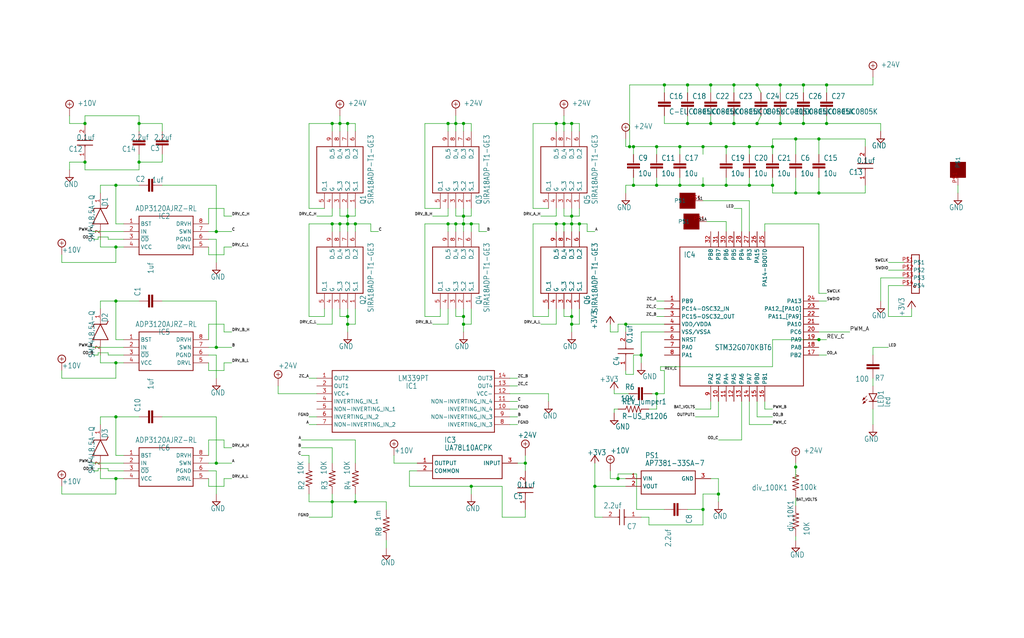
<source format=kicad_sch>
(kicad_sch (version 20211123) (generator eeschema)
  (paper "User" 336.677 210.007)
  (lib_symbols
    (symbol "ESC_G0_DevBoard_V2-eagle-import:+10V" (power)
      (property "Value" "+10V" (at -2.54 3.175 0))
      (symbol "+10V_1_0"
        (pin power_in line (at 0 -2.54 90) (length 2.54) (name "+10V") (number "1"))
      )
    )
    (symbol "ESC_G0_DevBoard_V2-eagle-import:+24V" (power)
      (property "Value" "+24V" (at -2.54 3.175 0))
      (symbol "+24V_1_0"
        (pin power_in line (at 0 -2.54 90) (length 2.54) (name "+24V") (number "1"))
      )
    )
    (symbol "ESC_G0_DevBoard_V2-eagle-import:+3V3" (power)
      (property "Value" "+3V3" (at -2.54 -5.08 90))
      (symbol "+3V3_1_0"
        (pin power_in line (at 0 -2.54 90) (length 2.54) (name "+3V3") (number "1"))
      )
    )
    (symbol "ESC_G0_DevBoard_V2-eagle-import:3X3_PAD"
      (symbol "3X3_PAD_1_0"
        (pin bidirectional line (at -5.08 0 0) (length 5.08) (name "P$1") (number "P$1"))
      )
    )
    (symbol "ESC_G0_DevBoard_V2-eagle-import:ADP3120AJRZ-RL"
      (property "Reference" "IC" (at 24.13 7.62 0))
      (property "Value" "ADP3120AJRZ-RL" (at 24.13 5.08 0))
      (symbol "ADP3120AJRZ-RL_1_0"
        (pin bidirectional line (at 0 0 0) (length 5.08) (name "BST") (number "1"))
        (pin input line (at 0 -2.54 0) (length 5.08) (name "IN") (number "2"))
        (pin bidirectional line (at 0 -5.08 0) (length 5.08) (name "~{OD}") (number "3"))
        (pin power_in line (at 0 -7.62 0) (length 5.08) (name "VCC") (number "4"))
        (pin bidirectional line (at 27.94 -7.62 180) (length 5.08) (name "DRVL") (number "5"))
        (pin power_in line (at 27.94 -5.08 180) (length 5.08) (name "PGND") (number "6"))
        (pin bidirectional line (at 27.94 -2.54 180) (length 5.08) (name "SWN") (number "7"))
        (pin bidirectional line (at 27.94 0 180) (length 5.08) (name "DRVH") (number "8"))
      )
    )
    (symbol "ESC_G0_DevBoard_V2-eagle-import:AP7381-33SA-7"
      (property "Reference" "PS" (at 24.13 7.62 0))
      (property "Value" "AP7381-33SA-7" (at 24.13 5.08 0))
      (symbol "AP7381-33SA-7_1_0"
        (pin bidirectional line (at 0 0 0) (length 5.08) (name "VIN") (number "1"))
        (pin bidirectional line (at 0 -2.54 0) (length 5.08) (name "VOUT") (number "2"))
        (pin bidirectional line (at 27.94 0 180) (length 5.08) (name "GND") (number "3"))
      )
    )
    (symbol "ESC_G0_DevBoard_V2-eagle-import:C-EUC0805K"
      (property "Reference" "C" (at 1.524 0.381 0))
      (property "Value" "C-EUC0805K" (at 1.524 -4.699 0))
      (symbol "C-EUC0805K_1_0"
        (pin passive line (at 0 2.54 270) (length 2.54) (name "1") (number "1"))
        (pin passive line (at 0 -5.08 90) (length 2.54) (name "2") (number "2"))
      )
    )
    (symbol "ESC_G0_DevBoard_V2-eagle-import:C-EUC1206K"
      (property "Reference" "C" (at 1.524 0.381 0))
      (property "Value" "C-EUC1206K" (at 1.524 -4.699 0))
      (symbol "C-EUC1206K_1_0"
        (pin passive line (at 0 2.54 270) (length 2.54) (name "1") (number "1"))
        (pin passive line (at 0 -5.08 90) (length 2.54) (name "2") (number "2"))
      )
    )
    (symbol "ESC_G0_DevBoard_V2-eagle-import:GND" (power)
      (property "Value" "GND" (at -1.905 -3.175 0))
      (symbol "GND_1_0"
        (pin power_in line (at 0 2.54 270) (length 2.54) (name "GND") (number "1"))
      )
    )
    (symbol "ESC_G0_DevBoard_V2-eagle-import:HMJ212DC7105KGHTE"
      (property "Reference" "C" (at 8.89 6.35 0))
      (property "Value" "HMJ212DC7105KGHTE" (at 8.89 3.81 0))
      (symbol "HMJ212DC7105KGHTE_1_0"
        (pin bidirectional line (at 0 0 0) (length 5.08) (name "1") (number "1"))
        (pin bidirectional line (at 12.7 0 180) (length 5.08) (name "2") (number "2"))
      )
    )
    (symbol "ESC_G0_DevBoard_V2-eagle-import:LEDSML0805"
      (property "Reference" "LED" (at 3.556 -4.572 90))
      (property "Value" "LEDSML0805" (at 5.715 -4.572 90))
      (symbol "LEDSML0805_1_0"
        (pin passive line (at 0 2.54 270) (length 2.54) (name "A") (number "A"))
        (pin passive line (at 0 -5.08 90) (length 2.54) (name "C") (number "C"))
      )
    )
    (symbol "ESC_G0_DevBoard_V2-eagle-import:LM339PT"
      (property "Reference" "IC" (at 59.69 7.62 0))
      (property "Value" "LM339PT" (at 59.69 5.08 0))
      (symbol "LM339PT_1_0"
        (pin output line (at 0 0 0) (length 5.08) (name "OUT2") (number "1"))
        (pin input line (at 63.5 -10.16 180) (length 5.08) (name "INVERTING_IN_4") (number "10"))
        (pin input line (at 63.5 -7.62 180) (length 5.08) (name "NON-INVERTING_IN_4") (number "11"))
        (pin power_in line (at 63.5 -5.08 180) (length 5.08) (name "VCC-") (number "12"))
        (pin output line (at 63.5 -2.54 180) (length 5.08) (name "OUT4") (number "13"))
        (pin output line (at 63.5 0 180) (length 5.08) (name "OUT3") (number "14"))
        (pin output line (at 0 -2.54 0) (length 5.08) (name "OUT1") (number "2"))
        (pin power_in line (at 0 -5.08 0) (length 5.08) (name "VCC+") (number "3"))
        (pin input line (at 0 -7.62 0) (length 5.08) (name "INVERTING_IN_1") (number "4"))
        (pin input line (at 0 -10.16 0) (length 5.08) (name "NON-INVERTING_IN_1") (number "5"))
        (pin input line (at 0 -12.7 0) (length 5.08) (name "INVERTING_IN_2") (number "6"))
        (pin input line (at 0 -15.24 0) (length 5.08) (name "NON-INVERTING_IN_2") (number "7"))
        (pin input line (at 63.5 -15.24 180) (length 5.08) (name "INVERTING_IN_3") (number "8"))
        (pin input line (at 63.5 -12.7 180) (length 5.08) (name "NON-INVERTING_IN_3") (number "9"))
      )
    )
    (symbol "ESC_G0_DevBoard_V2-eagle-import:R-US_R0603"
      (property "Reference" "R" (at -3.81 1.4986 0))
      (property "Value" "R-US_R0603" (at -3.81 -3.302 0))
      (symbol "R-US_R0603_1_0"
        (pin passive line (at -5.08 0 0) (length 2.54) (name "1") (number "1"))
        (pin passive line (at 5.08 0 180) (length 2.54) (name "2") (number "2"))
      )
    )
    (symbol "ESC_G0_DevBoard_V2-eagle-import:R-US_R1206"
      (property "Reference" "R" (at -3.81 1.4986 0))
      (property "Value" "R-US_R1206" (at -3.81 -3.302 0))
      (symbol "R-US_R1206_1_0"
        (pin passive line (at -5.08 0 0) (length 2.54) (name "1") (number "1"))
        (pin passive line (at 5.08 0 180) (length 2.54) (name "2") (number "2"))
      )
    )
    (symbol "ESC_G0_DevBoard_V2-eagle-import:SIRA18ADP-T1-GE3"
      (property "Reference" "Q" (at 21.59 7.62 0))
      (property "Value" "SIRA18ADP-T1-GE3" (at 21.59 5.08 0))
      (symbol "SIRA18ADP-T1-GE3_1_0"
        (pin bidirectional line (at 0 0 0) (length 5.08) (name "S_1") (number "1"))
        (pin bidirectional line (at 0 -2.54 0) (length 5.08) (name "S_2") (number "2"))
        (pin bidirectional line (at 0 -5.08 0) (length 5.08) (name "S_3") (number "3"))
        (pin bidirectional line (at 0 -7.62 0) (length 5.08) (name "G") (number "4"))
        (pin bidirectional line (at 0 -10.16 0) (length 5.08) (name "D_1") (number "5"))
        (pin bidirectional line (at 25.4 0 180) (length 5.08) (name "D_2") (number "6"))
        (pin bidirectional line (at 25.4 -2.54 180) (length 5.08) (name "D_3") (number "7"))
        (pin bidirectional line (at 25.4 -5.08 180) (length 5.08) (name "D_4") (number "8"))
        (pin bidirectional line (at 25.4 -7.62 180) (length 5.08) (name "D_5") (number "9"))
      )
    )
    (symbol "ESC_G0_DevBoard_V2-eagle-import:SMF4L8.5A-Q"
      (property "Reference" "D" (at 10.16 8.89 0))
      (property "Value" "SMF4L8.5A-Q" (at 10.16 6.35 0))
      (symbol "SMF4L8.5A-Q_1_0"
        (pin bidirectional line (at 0 0 0) (length 5.08) (name "K") (number "1"))
        (pin bidirectional line (at 15.24 0 180) (length 5.08) (name "A") (number "2"))
      )
    )
    (symbol "ESC_G0_DevBoard_V2-eagle-import:STLINK_HEADER"
      (symbol "STLINK_HEADER_1_0"
        (pin bidirectional line (at -2.54 0 0) (length 2.54) (name "P$1") (number "P$1"))
        (pin bidirectional line (at -2.54 -2.54 0) (length 2.54) (name "P$2") (number "P$2"))
        (pin bidirectional line (at -2.54 -5.08 0) (length 2.54) (name "P$3") (number "P$3"))
        (pin bidirectional line (at -2.54 -7.62 0) (length 2.54) (name "P$4") (number "P$4"))
      )
    )
    (symbol "ESC_G0_DevBoard_V2-eagle-import:STM32G070KBT6"
      (property "Reference" "IC" (at 46.99 22.86 0))
      (property "Value" "STM32G070KBT6" (at 46.99 20.32 0))
      (symbol "STM32G070KBT6_1_0"
        (pin bidirectional line (at 0 0 0) (length 5.08) (name "PB9") (number "1"))
        (pin bidirectional line (at 17.78 -33.02 90) (length 5.08) (name "PA3") (number "10"))
        (pin bidirectional line (at 20.32 -33.02 90) (length 5.08) (name "PA4") (number "11"))
        (pin bidirectional line (at 22.86 -33.02 90) (length 5.08) (name "PA5") (number "12"))
        (pin bidirectional line (at 25.4 -33.02 90) (length 5.08) (name "PA6") (number "13"))
        (pin bidirectional line (at 27.94 -33.02 90) (length 5.08) (name "PA7") (number "14"))
        (pin bidirectional line (at 30.48 -33.02 90) (length 5.08) (name "PB0") (number "15"))
        (pin bidirectional line (at 33.02 -33.02 90) (length 5.08) (name "PB1") (number "16"))
        (pin bidirectional line (at 50.8 -17.78 180) (length 5.08) (name "PB2") (number "17"))
        (pin bidirectional line (at 50.8 -15.24 180) (length 5.08) (name "PA8") (number "18"))
        (pin bidirectional line (at 50.8 -12.7 180) (length 5.08) (name "PA9") (number "19"))
        (pin bidirectional line (at 0 -2.54 0) (length 5.08) (name "PC14-OSC32_IN") (number "2"))
        (pin bidirectional line (at 50.8 -10.16 180) (length 5.08) (name "PC6") (number "20"))
        (pin bidirectional line (at 50.8 -7.62 180) (length 5.08) (name "PA10") (number "21"))
        (pin bidirectional line (at 50.8 -5.08 180) (length 5.08) (name "PA11_[PA9]") (number "22"))
        (pin bidirectional line (at 50.8 -2.54 180) (length 5.08) (name "PA12_[PA10]") (number "23"))
        (pin bidirectional line (at 50.8 0 180) (length 5.08) (name "PA13") (number "24"))
        (pin bidirectional line (at 33.02 22.86 270) (length 5.08) (name "PA14-BOOT0") (number "25"))
        (pin bidirectional line (at 30.48 22.86 270) (length 5.08) (name "PA15") (number "26"))
        (pin bidirectional line (at 27.94 22.86 270) (length 5.08) (name "PB3") (number "27"))
        (pin bidirectional line (at 25.4 22.86 270) (length 5.08) (name "PB4") (number "28"))
        (pin bidirectional line (at 22.86 22.86 270) (length 5.08) (name "PB5") (number "29"))
        (pin bidirectional line (at 0 -5.08 0) (length 5.08) (name "PC15-OSC32_OUT") (number "3"))
        (pin bidirectional line (at 20.32 22.86 270) (length 5.08) (name "PB6") (number "30"))
        (pin bidirectional line (at 17.78 22.86 270) (length 5.08) (name "PB7") (number "31"))
        (pin bidirectional line (at 15.24 22.86 270) (length 5.08) (name "PB8") (number "32"))
        (pin power_in line (at 0 -7.62 0) (length 5.08) (name "VDD/VDDA") (number "4"))
        (pin power_in line (at 0 -10.16 0) (length 5.08) (name "VSS/VSSA") (number "5"))
        (pin bidirectional line (at 0 -12.7 0) (length 5.08) (name "NRST") (number "6"))
        (pin bidirectional line (at 0 -15.24 0) (length 5.08) (name "PA0") (number "7"))
        (pin bidirectional line (at 0 -17.78 0) (length 5.08) (name "PA1") (number "8"))
        (pin bidirectional line (at 15.24 -33.02 90) (length 5.08) (name "PA2") (number "9"))
      )
    )
    (symbol "ESC_G0_DevBoard_V2-eagle-import:UA78L10ACPK"
      (property "Reference" "IC" (at 29.21 7.62 0))
      (property "Value" "UA78L10ACPK" (at 29.21 5.08 0))
      (symbol "UA78L10ACPK_1_0"
        (pin output line (at 0 0 0) (length 5.08) (name "OUTPUT") (number "1"))
        (pin bidirectional line (at 0 -2.54 0) (length 5.08) (name "COMMON") (number "2"))
        (pin input line (at 33.02 0 180) (length 5.08) (name "INPUT") (number "3"))
      )
    )
  )
  (junction (at 207.01 48.26))
  (junction (at 147.32 40.64))
  (junction (at 187.96 40.64))
  (junction (at 238.76 48.26))
  (junction (at 38.1 60.96))
  (junction (at 38.1 81.28))
  (junction (at 264.16 27.94))
  (junction (at 182.88 40.64))
  (junction (at 208.28 48.26))
  (junction (at 269.24 63.5))
  (junction (at 109.22 165.1))
  (junction (at 152.4 104.14))
  (junction (at 152.4 106.68))
  (junction (at 215.9 48.26))
  (junction (at 190.5 73.66))
  (junction (at 111.76 40.64))
  (junction (at 45.72 40.64))
  (junction (at 187.96 73.66))
  (junction (at 261.62 153.67))
  (junction (at 114.3 71.12))
  (junction (at 246.38 48.26))
  (junction (at 233.68 40.64))
  (junction (at 231.14 60.96))
  (junction (at 114.3 104.14))
  (junction (at 45.72 53.34))
  (junction (at 71.12 114.3))
  (junction (at 238.76 60.96))
  (junction (at 149.86 73.66))
  (junction (at 152.4 40.64))
  (junction (at 195.58 160.02))
  (junction (at 71.12 76.2))
  (junction (at 71.12 152.4))
  (junction (at 187.96 71.12))
  (junction (at 231.14 48.26))
  (junction (at 241.3 40.64))
  (junction (at 223.52 60.96))
  (junction (at 226.06 40.64))
  (junction (at 114.3 73.66))
  (junction (at 185.42 73.66))
  (junction (at 109.22 73.66))
  (junction (at 187.96 104.14))
  (junction (at 111.76 73.66))
  (junction (at 203.2 157.48))
  (junction (at 114.3 40.64))
  (junction (at 264.16 40.64))
  (junction (at 269.24 111.76))
  (junction (at 271.78 27.94))
  (junction (at 231.14 167.64))
  (junction (at 154.94 73.66))
  (junction (at 38.1 137.16))
  (junction (at 256.54 27.94))
  (junction (at 269.24 45.72))
  (junction (at 27.94 40.64))
  (junction (at 182.88 73.66))
  (junction (at 233.68 27.94))
  (junction (at 241.3 27.94))
  (junction (at 172.72 152.4))
  (junction (at 254 48.26))
  (junction (at 218.44 27.94))
  (junction (at 248.92 27.94))
  (junction (at 109.22 40.64))
  (junction (at 38.1 99.06))
  (junction (at 152.4 71.12))
  (junction (at 246.38 60.96))
  (junction (at 215.9 60.96))
  (junction (at 254 60.96))
  (junction (at 38.1 157.48))
  (junction (at 27.94 53.34))
  (junction (at 208.28 60.96))
  (junction (at 116.84 73.66))
  (junction (at 223.52 48.26))
  (junction (at 256.54 40.64))
  (junction (at 149.86 40.64))
  (junction (at 38.1 119.38))
  (junction (at 210.82 116.84))
  (junction (at 248.92 40.64))
  (junction (at 236.22 162.56))
  (junction (at 215.9 129.54))
  (junction (at 226.06 27.94))
  (junction (at 185.42 40.64))
  (junction (at 187.96 106.68))
  (junction (at 114.3 106.68))
  (junction (at 116.84 165.1))
  (junction (at 154.94 160.02))
  (junction (at 261.62 63.5))
  (junction (at 205.74 106.68))
  (junction (at 147.32 73.66))
  (junction (at 152.4 73.66))
  (junction (at 261.62 45.72))
  (junction (at 271.78 40.64))
  (wire (pts (xy 243.84 144.78) (xy 236.22 144.78)))
  (wire (pts (xy 250.19 30.48) (xy 248.92 27.94)))
  (wire (pts (xy 32.258 116.078) (xy 32.258 116.84)))
  (wire (pts (xy 101.6 162.56) (xy 101.6 165.1)))
  (wire (pts (xy 261.62 163.83) (xy 261.62 166.37)))
  (wire (pts (xy 144.78 104.14) (xy 139.7 104.14)))
  (wire (pts (xy 116.84 73.66) (xy 121.92 73.66)))
  (wire (pts (xy 109.22 170.18) (xy 101.6 170.18)))
  (wire (pts (xy 106.68 101.6) (xy 106.68 104.14)))
  (wire (pts (xy 241.3 40.64) (xy 248.92 40.64)))
  (wire (pts (xy 241.3 27.94) (xy 248.92 27.94)))
  (wire (pts (xy 231.14 58.42) (xy 231.14 60.96)))
  (wire (pts (xy 147.32 73.66) (xy 147.32 76.2)))
  (wire (pts (xy 256.54 30.48) (xy 256.54 27.94)))
  (wire (pts (xy 205.74 123.19) (xy 205.74 121.92)))
  (wire (pts (xy 180.34 101.6) (xy 180.34 104.14)))
  (wire (pts (xy 40.64 73.66) (xy 38.1 73.66)))
  (wire (pts (xy 264.16 30.48) (xy 264.16 27.94)))
  (wire (pts (xy 254 111.76) (xy 269.24 111.76)))
  (wire (pts (xy 154.94 68.58) (xy 154.94 71.12)))
  (wire (pts (xy 198.12 170.18) (xy 195.58 170.18)))
  (wire (pts (xy 167.64 139.7) (xy 170.18 139.7)))
  (wire (pts (xy 152.4 43.18) (xy 152.4 40.64)))
  (wire (pts (xy 111.76 43.18) (xy 111.76 40.64)))
  (wire (pts (xy 38.1 124.46) (xy 38.1 119.38)))
  (wire (pts (xy 214.376 129.54) (xy 215.9 129.54)))
  (wire (pts (xy 45.72 53.34) (xy 53.34 53.34)))
  (wire (pts (xy 53.34 40.64) (xy 45.72 40.64)))
  (wire (pts (xy 261.62 45.72) (xy 254 45.72)))
  (wire (pts (xy 68.58 78.74) (xy 71.12 78.74)))
  (wire (pts (xy 223.52 48.26) (xy 215.9 48.26)))
  (wire (pts (xy 254 60.96) (xy 246.38 60.96)))
  (wire (pts (xy 20.32 121.92) (xy 20.32 124.46)))
  (wire (pts (xy 116.84 68.58) (xy 116.84 71.12)))
  (wire (pts (xy 218.44 38.1) (xy 218.44 40.64)))
  (wire (pts (xy 73.66 83.82) (xy 73.66 81.28)))
  (wire (pts (xy 207.01 27.94) (xy 218.44 27.94)))
  (wire (pts (xy 187.96 71.12) (xy 185.42 71.12)))
  (wire (pts (xy 109.22 43.18) (xy 109.22 40.64)))
  (wire (pts (xy 71.12 60.96) (xy 53.34 60.96)))
  (wire (pts (xy 38.1 149.86) (xy 38.1 137.16)))
  (wire (pts (xy 238.76 60.96) (xy 231.14 60.96)))
  (wire (pts (xy 175.26 40.64) (xy 182.88 40.64)))
  (wire (pts (xy 33.02 119.38) (xy 33.02 116.84)))
  (wire (pts (xy 261.62 153.67) (xy 261.62 157.48)))
  (wire (pts (xy 40.64 152.4) (xy 30.48 152.4)))
  (wire (pts (xy 109.22 165.1) (xy 116.84 165.1)))
  (wire (pts (xy 287.02 139.7) (xy 287.02 134.62)))
  (wire (pts (xy 299.72 104.14) (xy 299.72 101.6)))
  (wire (pts (xy 210.82 116.84) (xy 208.28 116.84)))
  (wire (pts (xy 111.76 101.6) (xy 111.76 104.14)))
  (wire (pts (xy 33.02 139.7) (xy 33.02 137.16)))
  (wire (pts (xy 35.56 154.94) (xy 35.56 154.178)))
  (wire (pts (xy 231.14 172.72) (xy 231.14 167.64)))
  (wire (pts (xy 269.24 111.76) (xy 271.78 111.76)))
  (wire (pts (xy 190.5 71.12) (xy 187.96 71.12)))
  (wire (pts (xy 71.12 78.74) (xy 71.12 86.36)))
  (wire (pts (xy 38.1 162.56) (xy 38.1 157.48)))
  (wire (pts (xy 248.92 132.08) (xy 248.92 137.16)))
  (wire (pts (xy 40.64 119.38) (xy 38.1 119.38)))
  (wire (pts (xy 203.2 134.62) (xy 201.93 134.62)))
  (wire (pts (xy 187.96 101.6) (xy 187.96 104.14)))
  (wire (pts (xy 190.5 40.64) (xy 190.5 43.18)))
  (wire (pts (xy 289.56 91.44) (xy 297.18 91.44)))
  (wire (pts (xy 38.1 60.96) (xy 45.72 60.96)))
  (wire (pts (xy 109.22 68.58) (xy 109.22 71.12)))
  (wire (pts (xy 215.9 60.96) (xy 208.28 60.96)))
  (wire (pts (xy 246.38 48.26) (xy 238.76 48.26)))
  (wire (pts (xy 111.76 71.12) (xy 111.76 68.58)))
  (wire (pts (xy 248.92 40.64) (xy 256.54 40.64)))
  (wire (pts (xy 185.42 38.1) (xy 185.42 40.64)))
  (wire (pts (xy 157.48 73.66) (xy 157.48 76.2)))
  (wire (pts (xy 200.66 109.22) (xy 203.2 109.22)))
  (wire (pts (xy 68.58 111.76) (xy 68.58 106.68)))
  (wire (pts (xy 38.1 137.16) (xy 45.72 137.16)))
  (wire (pts (xy 165.1 170.18) (xy 165.1 160.02)))
  (wire (pts (xy 187.96 106.68) (xy 187.96 109.22)))
  (wire (pts (xy 287.02 114.3) (xy 292.1 114.3)))
  (wire (pts (xy 147.32 68.58) (xy 147.32 71.12)))
  (wire (pts (xy 238.76 72.898) (xy 238.76 76.2)))
  (wire (pts (xy 32.258 77.978) (xy 32.258 78.74)))
  (wire (pts (xy 185.42 104.14) (xy 187.96 104.14)))
  (wire (pts (xy 32.258 78.74) (xy 30.734 78.74)))
  (wire (pts (xy 182.88 40.64) (xy 185.42 40.64)))
  (wire (pts (xy 226.06 40.64) (xy 233.68 40.64)))
  (wire (pts (xy 256.54 40.64) (xy 264.16 40.64)))
  (wire (pts (xy 269.24 50.8) (xy 269.24 45.72)))
  (wire (pts (xy 101.6 73.66) (xy 109.22 73.66)))
  (wire (pts (xy 172.72 149.86) (xy 172.72 152.4)))
  (wire (pts (xy 218.44 167.64) (xy 209.296 167.64)))
  (wire (pts (xy 190.5 106.68) (xy 187.96 106.68)))
  (wire (pts (xy 71.12 116.84) (xy 71.12 124.46)))
  (wire (pts (xy 71.12 76.2) (xy 71.12 60.96)))
  (wire (pts (xy 243.84 68.58) (xy 241.3 68.58)))
  (wire (pts (xy 215.9 48.26) (xy 208.28 48.26)))
  (wire (pts (xy 165.1 160.02) (xy 154.94 160.02)))
  (wire (pts (xy 73.66 81.28) (xy 76.2 81.28)))
  (wire (pts (xy 215.9 50.8) (xy 215.9 48.26)))
  (wire (pts (xy 45.72 53.34) (xy 45.72 50.8)))
  (wire (pts (xy 213.36 170.18) (xy 213.36 172.72)))
  (wire (pts (xy 53.34 43.18) (xy 53.34 40.64)))
  (wire (pts (xy 208.28 123.19) (xy 205.74 123.19)))
  (wire (pts (xy 238.76 50.8) (xy 238.76 48.26)))
  (wire (pts (xy 271.78 27.94) (xy 287.02 27.94)))
  (wire (pts (xy 185.42 101.6) (xy 185.42 104.14)))
  (wire (pts (xy 109.22 106.68) (xy 104.14 106.68)))
  (wire (pts (xy 109.22 71.12) (xy 104.14 71.12)))
  (wire (pts (xy 226.06 167.64) (xy 231.14 167.64)))
  (wire (pts (xy 152.4 104.14) (xy 152.4 106.68)))
  (wire (pts (xy 175.26 68.58) (xy 175.26 40.64)))
  (wire (pts (xy 269.24 45.72) (xy 261.62 45.72)))
  (wire (pts (xy 127 167.64) (xy 127 165.1)))
  (wire (pts (xy 152.4 76.2) (xy 152.4 73.66)))
  (wire (pts (xy 149.86 104.14) (xy 152.4 104.14)))
  (wire (pts (xy 68.58 121.92) (xy 73.66 121.92)))
  (wire (pts (xy 45.72 53.34) (xy 45.72 55.88)))
  (wire (pts (xy 111.76 73.66) (xy 109.22 73.66)))
  (wire (pts (xy 33.02 63.5) (xy 33.02 60.96)))
  (wire (pts (xy 187.96 43.18) (xy 187.96 40.64)))
  (wire (pts (xy 147.32 106.68) (xy 142.24 106.68)))
  (wire (pts (xy 223.52 50.8) (xy 223.52 48.26)))
  (wire (pts (xy 231.14 162.56) (xy 236.22 162.56)))
  (wire (pts (xy 109.22 101.6) (xy 109.22 106.68)))
  (wire (pts (xy 40.64 116.84) (xy 35.56 116.84)))
  (wire (pts (xy 149.86 40.64) (xy 152.4 40.64)))
  (wire (pts (xy 137.16 154.94) (xy 134.62 154.94)))
  (wire (pts (xy 27.94 53.34) (xy 22.86 53.34)))
  (wire (pts (xy 271.78 40.64) (xy 289.56 40.64)))
  (wire (pts (xy 157.48 76.2) (xy 160.02 76.2)))
  (wire (pts (xy 35.56 116.84) (xy 35.56 116.078)))
  (wire (pts (xy 45.72 38.1) (xy 27.94 38.1)))
  (wire (pts (xy 246.38 58.42) (xy 246.38 60.96)))
  (wire (pts (xy 203.2 155.956) (xy 203.2 157.48)))
  (wire (pts (xy 68.58 157.48) (xy 68.58 160.02)))
  (wire (pts (xy 22.86 40.64) (xy 27.94 40.64)))
  (wire (pts (xy 182.88 43.18) (xy 182.88 40.64)))
  (wire (pts (xy 71.12 76.2) (xy 76.2 76.2)))
  (wire (pts (xy 208.28 60.96) (xy 205.74 60.96)))
  (wire (pts (xy 175.26 73.66) (xy 182.88 73.66)))
  (wire (pts (xy 38.1 86.36) (xy 38.1 81.28)))
  (wire (pts (xy 251.46 134.62) (xy 254 134.62)))
  (wire (pts (xy 101.6 68.58) (xy 101.6 40.64)))
  (wire (pts (xy 116.84 106.68) (xy 114.3 106.68)))
  (wire (pts (xy 38.1 73.66) (xy 38.1 60.96)))
  (wire (pts (xy 185.42 43.18) (xy 185.42 40.64)))
  (wire (pts (xy 116.84 165.1) (xy 116.84 162.56)))
  (wire (pts (xy 114.3 101.6) (xy 114.3 104.14)))
  (wire (pts (xy 109.22 147.32) (xy 99.06 147.32)))
  (wire (pts (xy 152.4 68.58) (xy 152.4 71.12)))
  (wire (pts (xy 231.14 48.26) (xy 223.52 48.26)))
  (wire (pts (xy 215.9 129.54) (xy 218.44 129.54)))
  (wire (pts (xy 38.1 99.06) (xy 45.72 99.06)))
  (wire (pts (xy 33.02 99.06) (xy 38.1 99.06)))
  (wire (pts (xy 185.42 40.64) (xy 187.96 40.64)))
  (wire (pts (xy 71.12 154.94) (xy 71.12 162.56)))
  (wire (pts (xy 104.14 129.54) (xy 91.44 129.54)))
  (wire (pts (xy 71.12 114.3) (xy 71.12 99.06)))
  (wire (pts (xy 254 45.72) (xy 254 48.26)))
  (wire (pts (xy 71.12 137.16) (xy 53.34 137.16)))
  (wire (pts (xy 116.84 144.78) (xy 99.06 144.78)))
  (wire (pts (xy 246.38 60.96) (xy 238.76 60.96)))
  (wire (pts (xy 261.62 58.42) (xy 261.62 63.5)))
  (wire (pts (xy 167.64 132.08) (xy 170.18 132.08)))
  (wire (pts (xy 200.66 106.68) (xy 200.66 109.22)))
  (wire (pts (xy 284.48 60.96) (xy 284.48 63.5)))
  (wire (pts (xy 254 50.8) (xy 254 48.26)))
  (wire (pts (xy 68.58 83.82) (xy 73.66 83.82)))
  (wire (pts (xy 35.56 78.74) (xy 35.56 77.978)))
  (wire (pts (xy 248.92 27.94) (xy 256.54 27.94)))
  (wire (pts (xy 238.76 48.26) (xy 231.14 48.26)))
  (wire (pts (xy 154.94 73.66) (xy 152.4 73.66)))
  (wire (pts (xy 152.4 106.68) (xy 152.4 109.22)))
  (wire (pts (xy 33.02 137.16) (xy 38.1 137.16)))
  (wire (pts (xy 233.68 157.48) (xy 236.22 157.48)))
  (wire (pts (xy 172.72 154.94) (xy 172.72 152.4)))
  (wire (pts (xy 33.02 101.6) (xy 33.02 99.06)))
  (wire (pts (xy 264.16 38.1) (xy 264.16 40.64)))
  (wire (pts (xy 116.84 76.2) (xy 116.84 73.66)))
  (wire (pts (xy 73.66 121.92) (xy 73.66 119.38)))
  (wire (pts (xy 152.4 73.66) (xy 149.86 73.66)))
  (wire (pts (xy 101.6 104.14) (xy 101.6 73.66)))
  (wire (pts (xy 91.44 129.54) (xy 91.44 127)))
  (wire (pts (xy 209.296 167.64) (xy 209.296 155.956)))
  (wire (pts (xy 236.22 132.08) (xy 236.22 137.16)))
  (wire (pts (xy 139.7 68.58) (xy 139.7 40.64)))
  (wire (pts (xy 254 48.26) (xy 246.38 48.26)))
  (wire (pts (xy 205.74 157.48) (xy 203.2 157.48)))
  (wire (pts (xy 68.58 152.4) (xy 71.12 152.4)))
  (wire (pts (xy 68.58 106.68) (xy 73.66 106.68)))
  (wire (pts (xy 261.62 177.8) (xy 261.62 176.53)))
  (wire (pts (xy 68.58 68.58) (xy 73.66 68.58)))
  (wire (pts (xy 190.5 73.66) (xy 187.96 73.66)))
  (wire (pts (xy 241.3 38.1) (xy 241.3 40.64)))
  (wire (pts (xy 180.34 132.08) (xy 180.34 129.54)))
  (wire (pts (xy 152.4 40.64) (xy 154.94 40.64)))
  (wire (pts (xy 241.3 30.48) (xy 241.3 27.94)))
  (wire (pts (xy 167.64 137.16) (xy 170.18 137.16)))
  (wire (pts (xy 190.5 76.2) (xy 190.5 73.66)))
  (wire (pts (xy 114.3 73.66) (xy 114.3 71.12)))
  (wire (pts (xy 68.58 76.2) (xy 71.12 76.2)))
  (wire (pts (xy 209.296 155.956) (xy 203.2 155.956)))
  (wire (pts (xy 116.84 40.64) (xy 116.84 43.18)))
  (wire (pts (xy 111.76 76.2) (xy 111.76 73.66)))
  (wire (pts (xy 134.62 154.94) (xy 134.62 160.02)))
  (wire (pts (xy 32.258 154.94) (xy 30.734 154.94)))
  (wire (pts (xy 182.88 106.68) (xy 177.8 106.68)))
  (wire (pts (xy 73.66 106.68) (xy 73.66 109.22)))
  (wire (pts (xy 254 58.42) (xy 254 60.96)))
  (wire (pts (xy 68.58 81.28) (xy 68.58 83.82)))
  (wire (pts (xy 154.94 73.66) (xy 157.48 73.66)))
  (wire (pts (xy 104.14 124.46) (xy 101.6 124.46)))
  (wire (pts (xy 180.34 68.58) (xy 175.26 68.58)))
  (wire (pts (xy 40.64 76.2) (xy 30.48 76.2)))
  (wire (pts (xy 236.22 162.56) (xy 236.22 165.1)))
  (wire (pts (xy 109.22 152.4) (xy 109.22 147.32)))
  (wire (pts (xy 40.64 157.48) (xy 38.1 157.48)))
  (wire (pts (xy 180.34 104.14) (xy 175.26 104.14)))
  (wire (pts (xy 167.64 134.62) (xy 170.18 134.62)))
  (wire (pts (xy 205.74 60.96) (xy 205.74 63.5)))
  (wire (pts (xy 269.24 116.84) (xy 271.78 116.84)))
  (wire (pts (xy 109.22 73.66) (xy 109.22 76.2)))
  (wire (pts (xy 287.02 116.84) (xy 287.02 114.3)))
  (wire (pts (xy 207.01 48.26) (xy 205.74 48.26)))
  (wire (pts (xy 218.44 27.94) (xy 226.06 27.94)))
  (wire (pts (xy 251.46 132.08) (xy 251.46 134.62)))
  (wire (pts (xy 38.1 81.28) (xy 33.02 81.28)))
  (wire (pts (xy 154.94 40.64) (xy 154.94 43.18)))
  (wire (pts (xy 215.9 58.42) (xy 215.9 60.96)))
  (wire (pts (xy 38.1 157.48) (xy 33.02 157.48)))
  (wire (pts (xy 116.84 73.66) (xy 114.3 73.66)))
  (wire (pts (xy 233.68 30.48) (xy 233.68 27.94)))
  (wire (pts (xy 40.64 111.76) (xy 38.1 111.76)))
  (wire (pts (xy 20.32 86.36) (xy 38.1 86.36)))
  (wire (pts (xy 201.93 128.27) (xy 201.93 129.54)))
  (wire (pts (xy 32.258 116.84) (xy 30.734 116.84)))
  (wire (pts (xy 233.68 132.08) (xy 233.68 134.62)))
  (wire (pts (xy 292.1 93.98) (xy 297.18 93.98)))
  (wire (pts (xy 287.02 127) (xy 287.02 124.46)))
  (wire (pts (xy 208.28 50.8) (xy 208.28 48.26)))
  (wire (pts (xy 269.24 109.22) (xy 279.4 109.22)))
  (wire (pts (xy 210.82 116.84) (xy 210.82 109.22)))
  (wire (pts (xy 201.93 134.62) (xy 201.93 135.89)))
  (wire (pts (xy 114.3 106.68) (xy 114.3 109.22)))
  (wire (pts (xy 149.86 71.12) (xy 149.86 68.58)))
  (wire (pts (xy 187.96 104.14) (xy 187.96 106.68)))
  (wire (pts (xy 45.72 43.18) (xy 45.72 40.64)))
  (wire (pts (xy 233.68 27.94) (xy 241.3 27.94)))
  (wire (pts (xy 114.3 76.2) (xy 114.3 73.66)))
  (wire (pts (xy 154.94 76.2) (xy 154.94 73.66)))
  (wire (pts (xy 73.66 109.22) (xy 76.2 109.22)))
  (wire (pts (xy 68.58 73.66) (xy 68.58 68.58)))
  (wire (pts (xy 226.06 30.48) (xy 226.06 27.94)))
  (wire (pts (xy 231.14 66.04) (xy 246.38 66.04)))
  (wire (pts (xy 203.2 157.48) (xy 200.66 157.48)))
  (wire (pts (xy 114.3 104.14) (xy 114.3 106.68)))
  (wire (pts (xy 147.32 101.6) (xy 147.32 106.68)))
  (wire (pts (xy 147.32 43.18) (xy 147.32 40.64)))
  (wire (pts (xy 269.24 73.66) (xy 269.24 96.52)))
  (wire (pts (xy 35.56 154.178) (xy 32.258 154.178)))
  (wire (pts (xy 144.78 68.58) (xy 139.7 68.58)))
  (wire (pts (xy 172.72 152.4) (xy 170.18 152.4)))
  (wire (pts (xy 71.12 152.4) (xy 76.2 152.4)))
  (wire (pts (xy 271.78 38.1) (xy 271.78 40.64)))
  (wire (pts (xy 172.72 167.64) (xy 172.72 170.18)))
  (wire (pts (xy 109.22 165.1) (xy 109.22 170.18)))
  (wire (pts (xy 218.44 99.06) (xy 215.9 99.06)))
  (wire (pts (xy 269.24 63.5) (xy 261.62 63.5)))
  (wire (pts (xy 149.86 101.6) (xy 149.86 104.14)))
  (wire (pts (xy 73.66 68.58) (xy 73.66 71.12)))
  (wire (pts (xy 73.66 71.12) (xy 76.2 71.12)))
  (wire (pts (xy 246.38 132.08) (xy 246.38 139.7)))
  (wire (pts (xy 68.58 114.3) (xy 71.12 114.3)))
  (wire (pts (xy 40.64 78.74) (xy 35.56 78.74)))
  (wire (pts (xy 187.96 68.58) (xy 187.96 71.12)))
  (wire (pts (xy 201.93 129.54) (xy 206.756 129.54)))
  (wire (pts (xy 195.58 170.18) (xy 195.58 160.02)))
  (wire (pts (xy 292.1 86.36) (xy 297.18 86.36)))
  (wire (pts (xy 232.41 72.898) (xy 238.76 72.898)))
  (wire (pts (xy 261.62 63.5) (xy 254 63.5)))
  (wire (pts (xy 127 180.34) (xy 127 177.8)))
  (wire (pts (xy 111.76 38.1) (xy 111.76 40.64)))
  (wire (pts (xy 210.82 109.22) (xy 218.44 109.22)))
  (wire (pts (xy 185.42 73.66) (xy 182.88 73.66)))
  (wire (pts (xy 73.66 160.02) (xy 73.66 157.48)))
  (wire (pts (xy 127 165.1) (xy 116.84 165.1)))
  (wire (pts (xy 71.12 99.06) (xy 53.34 99.06)))
  (wire (pts (xy 284.48 45.72) (xy 269.24 45.72)))
  (wire (pts (xy 109.22 40.64) (xy 111.76 40.64)))
  (wire (pts (xy 152.4 71.12) (xy 149.86 71.12)))
  (wire (pts (xy 40.64 81.28) (xy 38.1 81.28)))
  (wire (pts (xy 182.88 101.6) (xy 182.88 106.68)))
  (wire (pts (xy 149.86 38.1) (xy 149.86 40.64)))
  (wire (pts (xy 215.9 134.62) (xy 213.36 134.62)))
  (wire (pts (xy 101.6 165.1) (xy 109.22 165.1)))
  (wire (pts (xy 167.64 124.46) (xy 170.18 124.46)))
  (wire (pts (xy 187.96 73.66) (xy 187.96 71.12)))
  (wire (pts (xy 236.22 137.16) (xy 228.6 137.16)))
  (wire (pts (xy 73.66 144.78) (xy 73.66 147.32)))
  (wire (pts (xy 187.96 40.64) (xy 190.5 40.64)))
  (wire (pts (xy 68.58 116.84) (xy 71.12 116.84)))
  (wire (pts (xy 139.7 104.14) (xy 139.7 73.66)))
  (wire (pts (xy 35.56 116.078) (xy 32.258 116.078)))
  (wire (pts (xy 68.58 154.94) (xy 71.12 154.94)))
  (wire (pts (xy 254 111.76) (xy 254 120.65)))
  (wire (pts (xy 106.68 104.14) (xy 101.6 104.14)))
  (wire (pts (xy 35.56 77.978) (xy 32.258 77.978)))
  (wire (pts (xy 68.58 149.86) (xy 68.58 144.78)))
  (wire (pts (xy 20.32 162.56) (xy 38.1 162.56)))
  (wire (pts (xy 149.86 73.66) (xy 147.32 73.66)))
  (wire (pts (xy 271.78 30.48) (xy 271.78 27.94)))
  (wire (pts (xy 114.3 43.18) (xy 114.3 40.64)))
  (wire (pts (xy 200.66 157.48) (xy 200.66 154.94)))
  (wire (pts (xy 27.94 55.88) (xy 27.94 53.34)))
  (wire (pts (xy 40.64 149.86) (xy 38.1 149.86)))
  (wire (pts (xy 314.96 63.5) (xy 314.96 60.96)))
  (wire (pts (xy 261.62 50.8) (xy 261.62 45.72)))
  (wire (pts (xy 289.56 40.64) (xy 289.56 43.18)))
  (wire (pts (xy 226.06 38.1) (xy 226.06 40.64)))
  (wire (pts (xy 180.34 129.54) (xy 167.64 129.54)))
  (wire (pts (xy 218.44 30.48) (xy 218.44 27.94)))
  (wire (pts (xy 149.86 76.2) (xy 149.86 73.66)))
  (wire (pts (xy 208.28 58.42) (xy 208.28 60.96)))
  (wire (pts (xy 231.14 50.8) (xy 231.14 48.26)))
  (wire (pts (xy 68.58 160.02) (xy 73.66 160.02)))
  (wire (pts (xy 264.16 40.64) (xy 271.78 40.64)))
  (wire (pts (xy 248.92 137.16) (xy 254 137.16)))
  (wire (pts (xy 289.56 99.06) (xy 289.56 91.44)))
  (wire (pts (xy 223.52 60.96) (xy 215.9 60.96)))
  (wire (pts (xy 101.6 152.4) (xy 101.6 149.86)))
  (wire (pts (xy 172.72 170.18) (xy 165.1 170.18)))
  (wire (pts (xy 101.6 40.64) (xy 109.22 40.64)))
  (wire (pts (xy 20.32 124.46) (xy 38.1 124.46)))
  (wire (pts (xy 22.86 38.1) (xy 22.86 40.64)))
  (wire (pts (xy 292.1 104.14) (xy 299.72 104.14)))
  (wire (pts (xy 182.88 73.66) (xy 182.88 76.2)))
  (wire (pts (xy 33.02 60.96) (xy 38.1 60.96)))
  (wire (pts (xy 187.96 73.66) (xy 185.42 73.66)))
  (wire (pts (xy 154.94 160.02) (xy 134.62 160.02)))
  (wire (pts (xy 233.68 40.64) (xy 241.3 40.64)))
  (wire (pts (xy 218.44 106.68) (xy 205.74 106.68)))
  (wire (pts (xy 45.72 55.88) (xy 27.94 55.88)))
  (wire (pts (xy 139.7 73.66) (xy 147.32 73.66)))
  (wire (pts (xy 256.54 38.1) (xy 256.54 40.64)))
  (wire (pts (xy 101.6 149.86) (xy 99.06 149.86)))
  (wire (pts (xy 129.54 149.86) (xy 129.54 152.4)))
  (wire (pts (xy 182.88 68.58) (xy 182.88 71.12)))
  (wire (pts (xy 287.02 27.94) (xy 287.02 25.4)))
  (wire (pts (xy 106.68 68.58) (xy 101.6 68.58)))
  (wire (pts (xy 53.34 53.34) (xy 53.34 50.8)))
  (wire (pts (xy 261.62 153.67) (xy 261.62 152.4)))
  (wire (pts (xy 190.5 101.6) (xy 190.5 106.68)))
  (wire (pts (xy 251.46 73.66) (xy 269.24 73.66)))
  (wire (pts (xy 264.16 27.94) (xy 271.78 27.94)))
  (wire (pts (xy 121.92 76.2) (xy 124.46 76.2)))
  (wire (pts (xy 254 120.65) (xy 217.17 120.65)))
  (wire (pts (xy 218.44 121.92) (xy 218.44 129.54)))
  (wire (pts (xy 210.82 170.18) (xy 213.36 170.18)))
  (wire (pts (xy 210.82 119.38) (xy 210.82 116.84)))
  (wire (pts (xy 193.04 76.2) (xy 195.58 76.2)))
  (wire (pts (xy 269.24 99.06) (xy 271.78 99.06)))
  (wire (pts (xy 236.22 157.48) (xy 236.22 162.56)))
  (wire (pts (xy 114.3 73.66) (xy 111.76 73.66)))
  (wire (pts (xy 203.2 106.68) (xy 205.74 106.68)))
  (wire (pts (xy 137.16 152.4) (xy 129.54 152.4)))
  (wire (pts (xy 40.64 154.94) (xy 35.56 154.94)))
  (wire (pts (xy 231.14 60.96) (xy 223.52 60.96)))
  (wire (pts (xy 116.84 71.12) (xy 114.3 71.12)))
  (wire (pts (xy 231.14 167.64) (xy 231.14 162.56)))
  (wire (pts (xy 33.02 81.28) (xy 33.02 78.74)))
  (wire (pts (xy 213.36 172.72) (xy 231.14 172.72)))
  (wire (pts (xy 217.17 121.92) (xy 218.44 121.92)))
  (wire (pts (xy 114.3 68.58) (xy 114.3 71.12)))
  (wire (pts (xy 111.76 104.14) (xy 114.3 104.14)))
  (wire (pts (xy 38.1 111.76) (xy 38.1 99.06)))
  (wire (pts (xy 167.64 127) (xy 170.18 127)))
  (wire (pts (xy 207.01 27.94) (xy 207.01 48.26)))
  (wire (pts (xy 215.9 129.54) (xy 215.9 134.62)))
  (wire (pts (xy 139.7 40.64) (xy 147.32 40.64)))
  (wire (pts (xy 246.38 139.7) (xy 254 139.7)))
  (wire (pts (xy 104.14 137.16) (xy 101.6 137.16)))
  (wire (pts (xy 208.28 116.84) (xy 208.28 123.19)))
  (wire (pts (xy 251.46 76.2) (xy 251.46 73.66)))
  (wire (pts (xy 256.54 27.94) (xy 264.16 27.94)))
  (wire (pts (xy 154.94 71.12) (xy 152.4 71.12)))
  (wire (pts (xy 71.12 114.3) (xy 76.2 114.3)))
  (wire (pts (xy 154.94 162.56) (xy 154.94 160.02)))
  (wire (pts (xy 109.22 162.56) (xy 109.22 165.1)))
  (wire (pts (xy 284.48 48.26) (xy 284.48 45.72)))
  (wire (pts (xy 193.04 73.66) (xy 193.04 76.2)))
  (wire (pts (xy 217.17 120.65) (xy 217.17 121.92)))
  (wire (pts (xy 33.02 157.48) (xy 33.02 154.94)))
  (wire (pts (xy 71.12 152.4) (xy 71.12 137.16)))
  (wire (pts (xy 254 63.5) (xy 254 60.96)))
  (wire (pts (xy 147.32 40.64) (xy 149.86 40.64)))
  (wire (pts (xy 27.94 38.1) (xy 27.94 40.64)))
  (wire (pts (xy 292.1 88.9) (xy 297.18 88.9)))
  (wire (pts (xy 208.28 48.26) (xy 207.01 48.26)))
  (wire (pts (xy 45.72 40.64) (xy 45.72 38.1)))
  (wire (pts (xy 22.86 53.34) (xy 22.86 55.88)))
  (wire (pts (xy 195.58 160.02) (xy 195.58 152.4)))
  (wire (pts (xy 187.96 76.2) (xy 187.96 73.66)))
  (wire (pts (xy 114.3 71.12) (xy 111.76 71.12)))
  (wire (pts (xy 73.66 147.32) (xy 76.2 147.32)))
  (wire (pts (xy 218.44 104.14) (xy 215.9 104.14)))
  (wire (pts (xy 121.92 73.66) (xy 121.92 76.2)))
  (wire (pts (xy 218.44 101.6) (xy 215.9 101.6)))
  (wire (pts (xy 269.24 96.52) (xy 271.78 96.52)))
  (wire (pts (xy 233.68 38.1) (xy 233.68 40.64)))
  (wire (pts (xy 238.76 58.42) (xy 238.76 60.96)))
  (wire (pts (xy 185.42 76.2) (xy 185.42 73.66)))
  (wire (pts (xy 73.66 157.48) (xy 76.2 157.48)))
  (wire (pts (xy 73.66 119.38) (xy 76.2 119.38)))
  (wire (pts (xy 292.1 93.98) (xy 292.1 104.14)))
  (wire (pts (xy 190.5 68.58) (xy 190.5 71.12)))
  (wire (pts (xy 152.4 101.6) (xy 152.4 104.14)))
  (wire (pts (xy 246.38 50.8) (xy 246.38 48.26)))
  (wire (pts (xy 104.14 139.7) (xy 101.6 139.7)))
  (wire (pts (xy 147.32 71.12) (xy 142.24 71.12)))
  (wire (pts (xy 243.84 76.2) (xy 243.84 68.58)))
  (wire (pts (xy 32.258 154.178) (xy 32.258 154.94)))
  (wire (pts (xy 185.42 71.12) (xy 185.42 68.58)))
  (wire (pts (xy 233.68 134.62) (xy 228.6 134.62)))
  (wire (pts (xy 190.5 73.66) (xy 193.04 73.66)))
  (wire (pts (xy 205.74 48.26) (xy 205.74 45.72)))
  (wire (pts (xy 116.84 101.6) (xy 116.84 106.68)))
  (wire (pts (xy 218.44 40.64) (xy 226.06 40.64)))
  (wire (pts (xy 114.3 40.64) (xy 116.84 40.64)))
  (wire (pts (xy 205.74 160.02) (xy 195.58 160.02)))
  (wire (pts (xy 111.76 40.64) (xy 114.3 40.64)))
  (wire (pts (xy 144.78 101.6) (xy 144.78 104.14)))
  (wire (pts (xy 243.84 132.08) (xy 243.84 144.78)))
  (wire (pts (xy 226.06 27.94) (xy 233.68 27.94)))
  (wire (pts (xy 38.1 119.38) (xy 33.02 119.38)))
  (wire (pts (xy 68.58 119.38) (xy 68.58 121.92)))
  (wire (pts (xy 20.32 83.82) (xy 20.32 86.36)))
  (wire (pts (xy 203.2 109.22) (xy 203.2 106.68)))
  (wire (pts (xy 246.38 66.04) (xy 246.38 76.2)))
  (wire (pts (xy 68.58 144.78) (xy 73.66 144.78)))
  (wire (pts (xy 269.24 58.42) (xy 269.24 63.5)))
  (wire (pts (xy 223.52 58.42) (xy 223.52 60.96)))
  (wire (pts (xy 40.64 114.3) (xy 30.48 114.3)))
  (wire (pts (xy 250.19 38.1) (xy 248.92 40.64)))
  (wire (pts (xy 182.88 71.12) (xy 177.8 71.12)))
  (wire (pts (xy 20.32 160.02) (xy 20.32 162.56)))
  (wire (pts (xy 284.48 63.5) (xy 269.24 63.5)))
  (wire (pts (xy 175.26 104.14) (xy 175.26 73.66)))
  (wire (pts (xy 154.94 101.6) (xy 154.94 106.68)))
  (wire (pts (xy 154.94 106.68) (xy 152.4 106.68)))
  (wire (pts (xy 205.74 106.68) (xy 205.74 109.22)))
  (wire (pts (xy 149.86 43.18) (xy 149.86 40.64)))
  (wire (pts (xy 152.4 73.66) (xy 152.4 71.12)))
  (wire (pts (xy 116.84 152.4) (xy 116.84 144.78)))
  (label "C" (at 99.06 149.86 180) (effects (font (size 0.889 0.889))))
  (label "OD_C" (at 30.734 78.74 180) (effects (font (size 0.889 0.889))))
  (label "PWM_C" (at 254 139.7 0) (effects (font (size 0.889 0.889))))
  (label "PWM_A" (at 30.48 152.4 180) (effects (font (size 0.889 0.889))))
  (label "B" (at 99.06 147.32 180) (effects (font (size 0.889 0.889))))
  (label "A" (at 101.6 139.7 180) (effects (font (size 0.889 0.889))))
  (label "FGND" (at 170.18 139.7 0) (effects (font (size 0.889 0.889))))
  (label "C" (at 76.2 76.2 0) (effects (font (size 0.889 0.889))))
  (label "REV_C" (at 218.44 121.92 0) (effects (font (size 0.889 0.889))))
  (label "OD_B" (at 30.734 116.84 180) (effects (font (size 0.889 0.889))))
  (label "A" (at 195.58 76.2 0) (effects (font (size 0.889 0.889))))
  (label "FGND" (at 101.6 170.18 180) (effects (font (size 0.889 0.889))))
  (label "ZC_A" (at 215.9 99.06 180) (effects (font (size 0.889 0.889))))
  (label "PWM_C" (at 30.48 76.2 180) (effects (font (size 0.889 0.889))))
  (label "S1A" (at 232.41 72.898 180) (effects (font (size 0.889 0.889))))
  (label "SWCLK" (at 292.1 86.36 180) (effects (font (size 0.889 0.889))))
  (label "DRV_C_H" (at 76.2 71.12 0) (effects (font (size 0.889 0.889))))
  (label "BAT_VOLTS" (at 228.6 134.62 180) (effects (font (size 0.889 0.889))))
  (label "PWM_B" (at 30.48 114.3 180) (effects (font (size 0.889 0.889))))
  (label "BAT_VOLTS" (at 261.62 165.1 0) (effects (font (size 0.889 0.889))))
  (label "DRV_B_L" (at 142.24 106.68 180) (effects (font (size 0.889 0.889))))
  (label "DRV_B_H" (at 76.2 109.22 0) (effects (font (size 0.889 0.889))))
  (label "C" (at 124.46 76.2 0) (effects (font (size 0.889 0.889))))
  (label "DRV_C_L" (at 104.14 106.68 180) (effects (font (size 0.889 0.889))))
  (label "S1" (at 231.14 66.04 180) (effects (font (size 0.889 0.889))))
  (label "DRV_A_L" (at 177.8 106.68 180) (effects (font (size 0.889 0.889))))
  (label "ZC_B" (at 215.9 104.14 180) (effects (font (size 0.889 0.889))))
  (label "DRV_A_H" (at 76.2 147.32 0) (effects (font (size 0.889 0.889))))
  (label "LED" (at 241.3 68.58 180) (effects (font (size 0.889 0.889))))
  (label "A" (at 99.06 144.78 180) (effects (font (size 0.889 0.889))))
  (label "ZC_B" (at 170.18 124.46 0) (effects (font (size 0.889 0.889))))
  (label "PWM_A" (at 279.4 109.22 0))
  (label "DRV_A_H" (at 177.8 71.12 180) (effects (font (size 0.889 0.889))))
  (label "FGND" (at 101.6 137.16 180) (effects (font (size 0.889 0.889))))
  (label "ZC_A" (at 101.6 124.46 180) (effects (font (size 0.889 0.889))))
  (label "C" (at 170.18 132.08 0) (effects (font (size 0.889 0.889))))
  (label "PWM_B" (at 254 134.62 0) (effects (font (size 0.889 0.889))))
  (label "ZC_C" (at 215.9 101.6 180) (effects (font (size 0.889 0.889))))
  (label "A" (at 76.2 152.4 0) (effects (font (size 0.889 0.889))))
  (label "REV_C" (at 271.78 111.76 0))
  (label "OD_B" (at 254 137.16 0) (effects (font (size 0.889 0.889))))
  (label "B" (at 76.2 114.3 0) (effects (font (size 0.889 0.889))))
  (label "FGND" (at 170.18 134.62 0) (effects (font (size 0.889 0.889))))
  (label "B" (at 170.18 137.16 0) (effects (font (size 0.889 0.889))))
  (label "SWDIO" (at 292.1 88.9 180) (effects (font (size 0.889 0.889))))
  (label "B" (at 160.02 76.2 0) (effects (font (size 0.889 0.889))))
  (label "OD_C" (at 236.22 144.78 180) (effects (font (size 0.889 0.889))))
  (label "SWDIO" (at 271.78 99.06 0) (effects (font (size 0.889 0.889))))
  (label "DRV_B_L" (at 76.2 119.38 0) (effects (font (size 0.889 0.889))))
  (label "DRV_C_H" (at 104.14 71.12 180) (effects (font (size 0.889 0.889))))
  (label "ZC_C" (at 170.18 127 0) (effects (font (size 0.889 0.889))))
  (label "LED" (at 292.1 114.3 0) (effects (font (size 0.889 0.889))))
  (label "OUTPUT1" (at 228.6 137.16 180) (effects (font (size 0.889 0.889))))
  (label "DRV_B_H" (at 142.24 71.12 180) (effects (font (size 0.889 0.889))))
  (label "DRV_A_L" (at 76.2 157.48 0) (effects (font (size 0.889 0.889))))
  (label "OD_A" (at 271.78 116.84 0) (effects (font (size 0.889 0.889))))
  (label "OD_A" (at 30.734 154.94 180) (effects (font (size 0.889 0.889))))
  (label "DRV_C_L" (at 76.2 81.28 0) (effects (font (size 0.889 0.889))))
  (label "SWCLK" (at 271.78 96.52 0) (effects (font (size 0.889 0.889))))
  (symbol (lib_id "ESC_G0_DevBoard_V2-eagle-import:SMF4L8.5A-Q") (at 33.02 63.5 270) (unit 1)
    (property "Reference" "D1" (at 33.528 64.77 0) (effects (font (size 1.778 1.5113)) (justify left bottom)))
    (property "Value" "SMF4L8.5A-Q" (at 29.21 64.008 0) (effects (font (size 1.778 1.5113)) (justify left bottom)))
    (property "Footprint" "ESC_G0_DevBoard_V2:SODFL3716X135N" (effects hide))
  )
  (symbol (lib_id "ESC_G0_DevBoard_V2-eagle-import:GND") (at 71.12 88.9 0) (unit 1)
    (property "Reference" "#SUPPLY01" (effects hide))
    (property "Value" "GND" (at 69.215 92.075 0) (effects (font (size 1.778 1.5113)) (justify left bottom)))
    (property "Footprint" "ESC_G0_DevBoard_V2:" (effects hide))
  )
  (symbol (lib_id "ESC_G0_DevBoard_V2-eagle-import:GND") (at 205.74 66.04 0) (mirror y) (unit 1)
    (property "Reference" "#SUPPLY024" (effects hide))
    (property "Value" "GND" (at 207.645 69.215 0) (effects (font (size 1.778 1.5113)) (justify left bottom)))
    (property "Footprint" "ESC_G0_DevBoard_V2:" (effects hide))
  )
  (symbol (lib_id "ESC_G0_DevBoard_V2-eagle-import:GND") (at 261.62 180.34 0) (unit 1)
    (property "Reference" "#SUPPLY029" (effects hide))
    (property "Value" "GND" (at 259.715 183.515 0) (effects (font (size 1.778 1.5113)) (justify left bottom)))
    (property "Footprint" "ESC_G0_DevBoard_V2:" (effects hide))
  )
  (symbol (lib_id "ESC_G0_DevBoard_V2-eagle-import:HMJ212DC7105KGHTE") (at 27.94 53.34 90) (unit 1)
    (property "Reference" "C12" (at 27.178 49.022 90) (effects (font (size 1.778 1.5113)) (justify left)))
    (property "Value" "0.1uf" (at 31.242 45.212 90) (effects (font (size 1.778 1.5113)) (justify left)))
    (property "Footprint" "ESC_G0_DevBoard_V2:CAPC2012X135N" (effects hide))
  )
  (symbol (lib_id "ESC_G0_DevBoard_V2-eagle-import:GND") (at 187.96 111.76 0) (mirror y) (unit 1)
    (property "Reference" "#SUPPLY015" (effects hide))
    (property "Value" "GND" (at 189.865 114.935 0) (effects (font (size 1.778 1.5113)) (justify left bottom)))
    (property "Footprint" "ESC_G0_DevBoard_V2:" (effects hide))
  )
  (symbol (lib_id "ESC_G0_DevBoard_V2-eagle-import:+24V") (at 91.44 124.46 0) (unit 1)
    (property "Reference" "#SUPPLY025" (effects hide))
    (property "Value" "+24V" (at 91.44 121.285 0) (effects (font (size 1.778 1.5113)) (justify left bottom)))
    (property "Footprint" "ESC_G0_DevBoard_V2:" (effects hide))
  )
  (symbol (lib_id "ESC_G0_DevBoard_V2-eagle-import:C-EUC0805K") (at 250.19 33.02 0) (unit 1)
    (property "Reference" "C24" (at 251.714 32.639 0) (effects (font (size 1.778 1.5113)) (justify left bottom)))
    (property "Value" "C-EUC0805K" (at 251.714 37.719 0) (effects (font (size 1.778 1.5113)) (justify left bottom)))
    (property "Footprint" "ESC_G0_DevBoard_V2:C0805K" (effects hide))
  )
  (symbol (lib_id "ESC_G0_DevBoard_V2-eagle-import:GND") (at 287.02 142.24 0) (mirror y) (unit 1)
    (property "Reference" "#SUPPLY027" (effects hide))
    (property "Value" "GND" (at 288.925 145.415 0) (effects (font (size 1.778 1.5113)) (justify left bottom)))
    (property "Footprint" "ESC_G0_DevBoard_V2:" (effects hide))
  )
  (symbol (lib_id "ESC_G0_DevBoard_V2-eagle-import:+10V") (at 129.54 147.32 0) (unit 1)
    (property "Reference" "#SUPPLY07" (effects hide))
    (property "Value" "+10V" (at 129.54 149.225 0) (effects (font (size 1.778 1.5113)) (justify left bottom)))
    (property "Footprint" "ESC_G0_DevBoard_V2:" (effects hide))
  )
  (symbol (lib_id "ESC_G0_DevBoard_V2-eagle-import:R-US_R0603") (at 101.6 157.48 90) (unit 1)
    (property "Reference" "R2" (at 100.1014 161.29 0) (effects (font (size 1.778 1.5113)) (justify left bottom)))
    (property "Value" "10K" (at 99.822 156.21 0) (effects (font (size 1.778 1.5113)) (justify left bottom)))
    (property "Footprint" "ESC_G0_DevBoard_V2:R0603" (effects hide))
  )
  (symbol (lib_id "ESC_G0_DevBoard_V2-eagle-import:ADP3120AJRZ-RL") (at 40.64 73.66 0) (unit 1)
    (property "Reference" "IC2" (at 52.07 71.12 0) (effects (font (size 1.778 1.5113)) (justify left)))
    (property "Value" "ADP3120AJRZ-RL" (at 44.45 68.58 0) (effects (font (size 1.778 1.5113)) (justify left)))
    (property "Footprint" "ESC_G0_DevBoard_V2:SOIC127P600X175-8N" (effects hide))
  )
  (symbol (lib_id "ESC_G0_DevBoard_V2-eagle-import:+10V") (at 22.86 35.56 0) (unit 1)
    (property "Reference" "#SUPPLY021" (effects hide))
    (property "Value" "+10V" (at 25.4 34.925 0) (effects (font (size 1.778 1.5113)) (justify left bottom)))
    (property "Footprint" "ESC_G0_DevBoard_V2:" (effects hide))
  )
  (symbol (lib_id "ESC_G0_DevBoard_V2-eagle-import:C-EUC0805K") (at 48.26 137.16 90) (unit 1)
    (property "Reference" "C10" (at 45.212 135.636 0) (effects (font (size 1.778 1.5113)) (justify left)))
    (property "Value" "1uf" (at 49.53 128.27 0) (effects (font (size 1.778 1.5113)) (justify left)))
    (property "Footprint" "ESC_G0_DevBoard_V2:C0805K" (effects hide))
  )
  (symbol (lib_id "ESC_G0_DevBoard_V2-eagle-import:SIRA18ADP-T1-GE3") (at 190.5 68.58 270) (mirror x) (unit 1)
    (property "Reference" "Q5" (at 193.04 67.31 0) (effects (font (size 1.778 1.5113)) (justify left)))
    (property "Value" "SIRA18ADP-T1-GE3" (at 195.58 67.31 0) (effects (font (size 1.778 1.5113)) (justify left)))
    (property "Footprint" "ESC_G0_DevBoard_V2:SIRA18ADPT1GE3" (effects hide))
  )
  (symbol (lib_id "ESC_G0_DevBoard_V2-eagle-import:C-EUC1206K") (at 223.52 53.34 0) (unit 1)
    (property "Reference" "C17" (at 225.044 52.959 0) (effects (font (size 1.778 1.5113)) (justify left bottom)))
    (property "Value" "10u" (at 225.044 58.039 0) (effects (font (size 1.778 1.5113)) (justify left bottom)))
    (property "Footprint" "ESC_G0_DevBoard_V2:C1206K" (effects hide))
  )
  (symbol (lib_id "ESC_G0_DevBoard_V2-eagle-import:3X3_PAD") (at 227.33 72.898 180) (unit 1)
    (property "Reference" "U$2" (effects hide))
    (property "Value" "3X3_PAD" (effects hide))
    (property "Footprint" "ESC_G0_DevBoard_V2:3X3_PAD" (effects hide))
  )
  (symbol (lib_id "ESC_G0_DevBoard_V2-eagle-import:C-EUC1206K") (at 269.24 53.34 0) (unit 1)
    (property "Reference" "C15" (at 270.764 52.959 0) (effects (font (size 1.778 1.5113)) (justify left bottom)))
    (property "Value" "10u" (at 270.764 58.039 0) (effects (font (size 1.778 1.5113)) (justify left bottom)))
    (property "Footprint" "ESC_G0_DevBoard_V2:C1206K" (effects hide))
  )
  (symbol (lib_id "ESC_G0_DevBoard_V2-eagle-import:GND") (at 152.4 111.76 0) (mirror y) (unit 1)
    (property "Reference" "#SUPPLY013" (effects hide))
    (property "Value" "GND" (at 154.305 114.935 0) (effects (font (size 1.778 1.5113)) (justify left bottom)))
    (property "Footprint" "ESC_G0_DevBoard_V2:" (effects hide))
  )
  (symbol (lib_id "ESC_G0_DevBoard_V2-eagle-import:HMJ212DC7105KGHTE") (at 172.72 167.64 90) (unit 1)
    (property "Reference" "C5" (at 171.958 163.322 90) (effects (font (size 1.778 1.5113)) (justify left)))
    (property "Value" "0.1uf" (at 176.022 159.512 90) (effects (font (size 1.778 1.5113)) (justify left)))
    (property "Footprint" "ESC_G0_DevBoard_V2:CAPC2012X135N" (effects hide))
  )
  (symbol (lib_id "ESC_G0_DevBoard_V2-eagle-import:R-US_R1206") (at 208.28 134.62 0) (unit 1)
    (property "Reference" "REV_jumper1" (at 204.47 133.1214 0) (effects (font (size 1.778 1.5113)) (justify left bottom)))
    (property "Value" "R-US_R1206" (at 204.47 137.922 0) (effects (font (size 1.778 1.5113)) (justify left bottom)))
    (property "Footprint" "ESC_G0_DevBoard_V2:R1206" (effects hide))
  )
  (symbol (lib_id "ESC_G0_DevBoard_V2-eagle-import:GND") (at 210.82 121.92 0) (unit 1)
    (property "Reference" "#SUPPLY010" (effects hide))
    (property "Value" "GND" (at 211.201 124.841 0) (effects (font (size 1.778 1.5113)) (justify left bottom)))
    (property "Footprint" "ESC_G0_DevBoard_V2:" (effects hide))
  )
  (symbol (lib_id "ESC_G0_DevBoard_V2-eagle-import:+10V") (at 20.32 81.28 0) (unit 1)
    (property "Reference" "#SUPPLY02" (effects hide))
    (property "Value" "+10V" (at 20.32 83.185 0) (effects (font (size 1.778 1.5113)) (justify left bottom)))
    (property "Footprint" "ESC_G0_DevBoard_V2:" (effects hide))
  )
  (symbol (lib_id "ESC_G0_DevBoard_V2-eagle-import:C-EUC0805K") (at 218.44 33.02 0) (unit 1)
    (property "Reference" "C16" (at 219.964 32.639 0) (effects (font (size 1.778 1.5113)) (justify left bottom)))
    (property "Value" "C-EUC0805K" (at 219.964 37.719 0) (effects (font (size 1.778 1.5113)) (justify left bottom)))
    (property "Footprint" "ESC_G0_DevBoard_V2:C0805K" (effects hide))
  )
  (symbol (lib_id "ESC_G0_DevBoard_V2-eagle-import:HMJ212DC7105KGHTE") (at 205.74 121.92 90) (unit 1)
    (property "Reference" "C4" (at 202.692 120.396 0) (effects (font (size 1.778 1.5113)) (justify left)))
    (property "Value" "0.1uf" (at 207.01 113.03 0) (effects (font (size 1.778 1.5113)) (justify left)))
    (property "Footprint" "ESC_G0_DevBoard_V2:CAPC2012X135N" (effects hide))
  )
  (symbol (lib_id "ESC_G0_DevBoard_V2-eagle-import:R-US_R0603") (at 261.62 171.45 90) (unit 1)
    (property "Reference" "div_10K1" (at 260.8834 175.006 0) (effects (font (size 1.778 1.5113)) (justify left bottom)))
    (property "Value" "10K" (at 266.192 176.276 0) (effects (font (size 1.778 1.5113)) (justify left bottom)))
    (property "Footprint" "ESC_G0_DevBoard_V2:R0603" (effects hide))
  )
  (symbol (lib_id "ESC_G0_DevBoard_V2-eagle-import:GND") (at 180.34 134.62 0) (unit 1)
    (property "Reference" "#SUPPLY04" (effects hide))
    (property "Value" "GND" (at 178.435 137.795 0) (effects (font (size 1.778 1.5113)) (justify left bottom)))
    (property "Footprint" "ESC_G0_DevBoard_V2:" (effects hide))
  )
  (symbol (lib_id "ESC_G0_DevBoard_V2-eagle-import:R-US_R0603") (at 127 172.72 90) (unit 1)
    (property "Reference" "R8" (at 125.5014 176.53 0) (effects (font (size 1.778 1.5113)) (justify left bottom)))
    (property "Value" "1m" (at 125.222 171.45 0) (effects (font (size 1.778 1.5113)) (justify left bottom)))
    (property "Footprint" "ESC_G0_DevBoard_V2:R0603" (effects hide))
  )
  (symbol (lib_id "ESC_G0_DevBoard_V2-eagle-import:ADP3120AJRZ-RL") (at 40.64 149.86 0) (unit 1)
    (property "Reference" "IC6" (at 52.07 147.32 0) (effects (font (size 1.778 1.5113)) (justify left)))
    (property "Value" "ADP3120AJRZ-RL" (at 44.45 144.78 0) (effects (font (size 1.778 1.5113)) (justify left)))
    (property "Footprint" "ESC_G0_DevBoard_V2:SOIC127P600X175-8N" (effects hide))
  )
  (symbol (lib_id "ESC_G0_DevBoard_V2-eagle-import:C-EUC0805K") (at 256.54 33.02 0) (unit 1)
    (property "Reference" "C25" (at 258.064 32.639 0) (effects (font (size 1.778 1.5113)) (justify left bottom)))
    (property "Value" "C-EUC0805K" (at 258.064 37.719 0) (effects (font (size 1.778 1.5113)) (justify left bottom)))
    (property "Footprint" "ESC_G0_DevBoard_V2:C0805K" (effects hide))
  )
  (symbol (lib_id "ESC_G0_DevBoard_V2-eagle-import:C-EUC0805K") (at 45.72 48.26 180) (unit 1)
    (property "Reference" "C14" (at 44.704 49.022 0) (effects (font (size 1.778 1.5113)) (justify left)))
    (property "Value" "2.2uf" (at 49.022 45.212 0) (effects (font (size 1.778 1.5113)) (justify left)))
    (property "Footprint" "ESC_G0_DevBoard_V2:C0805K" (effects hide))
  )
  (symbol (lib_id "ESC_G0_DevBoard_V2-eagle-import:HMJ212DC7105KGHTE") (at 284.48 60.96 90) (unit 1)
    (property "Reference" "C13" (at 283.718 56.642 90) (effects (font (size 1.778 1.5113)) (justify left)))
    (property "Value" "0.1uf" (at 287.782 52.832 90) (effects (font (size 1.778 1.5113)) (justify left)))
    (property "Footprint" "ESC_G0_DevBoard_V2:CAPC2012X135N" (effects hide))
  )
  (symbol (lib_id "ESC_G0_DevBoard_V2-eagle-import:C-EUC1206K") (at 246.38 53.34 0) (unit 1)
    (property "Reference" "C20" (at 247.904 52.959 0) (effects (font (size 1.778 1.5113)) (justify left bottom)))
    (property "Value" "10u" (at 247.904 58.039 0) (effects (font (size 1.778 1.5113)) (justify left bottom)))
    (property "Footprint" "ESC_G0_DevBoard_V2:C1206K" (effects hide))
  )
  (symbol (lib_id "ESC_G0_DevBoard_V2-eagle-import:R-US_R0603") (at 261.62 158.75 270) (unit 1)
    (property "Reference" "div_100K1" (at 259.08 159.4866 90) (effects (font (size 1.778 1.5113)) (justify right top)))
    (property "Value" "100k" (at 262.89 161.29 90) (effects (font (size 1.778 1.5113)) (justify left bottom)))
    (property "Footprint" "ESC_G0_DevBoard_V2:R0603" (effects hide))
  )
  (symbol (lib_id "ESC_G0_DevBoard_V2-eagle-import:C-EUC1206K") (at 261.62 53.34 0) (unit 1)
    (property "Reference" "C6" (at 263.144 52.959 0) (effects (font (size 1.778 1.5113)) (justify left bottom)))
    (property "Value" "10u" (at 263.144 58.039 0) (effects (font (size 1.778 1.5113)) (justify left bottom)))
    (property "Footprint" "ESC_G0_DevBoard_V2:C1206K" (effects hide))
  )
  (symbol (lib_id "ESC_G0_DevBoard_V2-eagle-import:+24V") (at 205.74 43.18 0) (unit 1)
    (property "Reference" "#SUPPLY023" (effects hide))
    (property "Value" "+24V" (at 208.28 42.545 0) (effects (font (size 1.778 1.5113)) (justify left bottom)))
    (property "Footprint" "ESC_G0_DevBoard_V2:" (effects hide))
  )
  (symbol (lib_id "ESC_G0_DevBoard_V2-eagle-import:R-US_R0603") (at 109.22 157.48 90) (unit 1)
    (property "Reference" "R3" (at 107.7214 161.29 0) (effects (font (size 1.778 1.5113)) (justify left bottom)))
    (property "Value" "10K" (at 107.442 156.21 0) (effects (font (size 1.778 1.5113)) (justify left bottom)))
    (property "Footprint" "ESC_G0_DevBoard_V2:R0603" (effects hide))
  )
  (symbol (lib_id "ESC_G0_DevBoard_V2-eagle-import:GND") (at 114.3 111.76 0) (mirror y) (unit 1)
    (property "Reference" "#SUPPLY011" (effects hide))
    (property "Value" "GND" (at 116.205 114.935 0) (effects (font (size 1.778 1.5113)) (justify left bottom)))
    (property "Footprint" "ESC_G0_DevBoard_V2:" (effects hide))
  )
  (symbol (lib_id "ESC_G0_DevBoard_V2-eagle-import:+3V3") (at 201.93 125.73 0) (unit 1)
    (property "Reference" "#+3V04" (effects hide))
    (property "Value" "+3V3" (at 197.104 125.73 0) (effects (font (size 1.778 1.5113)) (justify left bottom)))
    (property "Footprint" "ESC_G0_DevBoard_V2:" (effects hide))
  )
  (symbol (lib_id "ESC_G0_DevBoard_V2-eagle-import:STM32G070KBT6") (at 218.44 99.06 0) (unit 1)
    (property "Reference" "IC4" (at 224.79 83.82 0) (effects (font (size 1.778 1.5113)) (justify left)))
    (property "Value" "STM32G070KBT6" (at 234.95 114.3 0) (effects (font (size 1.778 1.5113)) (justify left)))
    (property "Footprint" "ESC_G0_DevBoard_V2:QFP80P900X900X160-32N" (effects hide))
  )
  (symbol (lib_id "ESC_G0_DevBoard_V2-eagle-import:C-EUC0805K") (at 48.26 60.96 90) (unit 1)
    (property "Reference" "C2" (at 47.752 58.928 90) (effects (font (size 1.778 1.5113)) (justify left)))
    (property "Value" "1uf" (at 53.848 59.182 90) (effects (font (size 1.778 1.5113)) (justify left)))
    (property "Footprint" "ESC_G0_DevBoard_V2:C0805K" (effects hide))
  )
  (symbol (lib_id "ESC_G0_DevBoard_V2-eagle-import:SIRA18ADP-T1-GE3") (at 154.94 101.6 270) (mirror x) (unit 1)
    (property "Reference" "Q4" (at 157.48 100.33 0) (effects (font (size 1.778 1.5113)) (justify left)))
    (property "Value" "SIRA18ADP-T1-GE3" (at 160.02 102.87 0) (effects (font (size 1.778 1.5113)) (justify left)))
    (property "Footprint" "ESC_G0_DevBoard_V2:SIRA18ADPT1GE3" (effects hide))
  )
  (symbol (lib_id "ESC_G0_DevBoard_V2-eagle-import:ADP3120AJRZ-RL") (at 40.64 111.76 0) (unit 1)
    (property "Reference" "IC5" (at 52.07 109.22 0) (effects (font (size 1.778 1.5113)) (justify left)))
    (property "Value" "ADP3120AJRZ-RL" (at 44.45 106.68 0) (effects (font (size 1.778 1.5113)) (justify left)))
    (property "Footprint" "ESC_G0_DevBoard_V2:SOIC127P600X175-8N" (effects hide))
  )
  (symbol (lib_id "ESC_G0_DevBoard_V2-eagle-import:HMJ212DC7105KGHTE") (at 210.82 170.18 180) (unit 1)
    (property "Reference" "C7" (at 209.296 173.228 0) (effects (font (size 1.778 1.5113)) (justify left)))
    (property "Value" "2.2uf" (at 204.47 166.37 0) (effects (font (size 1.778 1.5113)) (justify left)))
    (property "Footprint" "ESC_G0_DevBoard_V2:CAPC2012X135N" (effects hide))
  )
  (symbol (lib_id "ESC_G0_DevBoard_V2-eagle-import:SIRA18ADP-T1-GE3") (at 116.84 101.6 270) (mirror x) (unit 1)
    (property "Reference" "Q2" (at 119.38 100.33 0) (effects (font (size 1.778 1.5113)) (justify left)))
    (property "Value" "SIRA18ADP-T1-GE3" (at 121.92 102.87 0) (effects (font (size 1.778 1.5113)) (justify left)))
    (property "Footprint" "ESC_G0_DevBoard_V2:SIRA18ADPT1GE3" (effects hide))
  )
  (symbol (lib_id "ESC_G0_DevBoard_V2-eagle-import:C-EUC0805K") (at 264.16 33.02 0) (unit 1)
    (property "Reference" "C26" (at 265.684 32.639 0) (effects (font (size 1.778 1.5113)) (justify left bottom)))
    (property "Value" "C-EUC0805K" (at 265.684 37.719 0) (effects (font (size 1.778 1.5113)) (justify left bottom)))
    (property "Footprint" "ESC_G0_DevBoard_V2:C0805K" (effects hide))
  )
  (symbol (lib_id "ESC_G0_DevBoard_V2-eagle-import:GND") (at 127 182.88 0) (unit 1)
    (property "Reference" "#SUPPLY031" (effects hide))
    (property "Value" "GND" (at 125.095 186.055 0) (effects (font (size 1.778 1.5113)) (justify left bottom)))
    (property "Footprint" "ESC_G0_DevBoard_V2:" (effects hide))
  )
  (symbol (lib_id "ESC_G0_DevBoard_V2-eagle-import:+24V") (at 111.76 35.56 0) (unit 1)
    (property "Reference" "#SUPPLY012" (effects hide))
    (property "Value" "+24V" (at 114.3 34.925 0) (effects (font (size 1.778 1.5113)) (justify left bottom)))
    (property "Footprint" "ESC_G0_DevBoard_V2:" (effects hide))
  )
  (symbol (lib_id "ESC_G0_DevBoard_V2-eagle-import:LEDSML0805") (at 287.02 129.54 0) (unit 1)
    (property "Reference" "LED1" (at 290.576 134.112 90) (effects (font (size 1.778 1.5113)) (justify left bottom)))
    (property "Value" "led" (at 292.735 134.112 90) (effects (font (size 1.778 1.5113)) (justify left bottom)))
    (property "Footprint" "ESC_G0_DevBoard_V2:SML0805" (effects hide))
  )
  (symbol (lib_id "ESC_G0_DevBoard_V2-eagle-import:3X3_PAD") (at 226.06 66.04 180) (unit 1)
    (property "Reference" "U$1" (effects hide))
    (property "Value" "3X3_PAD" (effects hide))
    (property "Footprint" "ESC_G0_DevBoard_V2:3X3_PAD" (effects hide))
  )
  (symbol (lib_id "ESC_G0_DevBoard_V2-eagle-import:C-EUC0805K") (at 223.52 167.64 270) (unit 1)
    (property "Reference" "C8" (at 226.568 169.164 0) (effects (font (size 1.778 1.5113)) (justify left)))
    (property "Value" "2.2uf" (at 219.71 173.99 0) (effects (font (size 1.778 1.5113)) (justify left)))
    (property "Footprint" "ESC_G0_DevBoard_V2:C0805K" (effects hide))
  )
  (symbol (lib_id "ESC_G0_DevBoard_V2-eagle-import:GND") (at 314.96 66.04 0) (mirror y) (unit 1)
    (property "Reference" "#SUPPLY026" (effects hide))
    (property "Value" "GND" (at 316.865 69.215 0) (effects (font (size 1.778 1.5113)) (justify left bottom)))
    (property "Footprint" "ESC_G0_DevBoard_V2:" (effects hide))
  )
  (symbol (lib_id "ESC_G0_DevBoard_V2-eagle-import:C-EUC0805K") (at 271.78 33.02 0) (unit 1)
    (property "Reference" "C27" (at 273.304 32.639 0) (effects (font (size 1.778 1.5113)) (justify left bottom)))
    (property "Value" "C-EUC0805K" (at 273.304 37.719 0) (effects (font (size 1.778 1.5113)) (justify left bottom)))
    (property "Footprint" "ESC_G0_DevBoard_V2:C0805K" (effects hide))
  )
  (symbol (lib_id "ESC_G0_DevBoard_V2-eagle-import:C-EUC1206K") (at 208.28 53.34 0) (unit 1)
    (property "Reference" "C9" (at 209.804 52.959 0) (effects (font (size 1.778 1.5113)) (justify left bottom)))
    (property "Value" "10u" (at 209.804 58.039 0) (effects (font (size 1.778 1.5113)) (justify left bottom)))
    (property "Footprint" "ESC_G0_DevBoard_V2:C1206K" (effects hide))
  )
  (symbol (lib_id "ESC_G0_DevBoard_V2-eagle-import:+10V") (at 20.32 157.48 0) (unit 1)
    (property "Reference" "#SUPPLY020" (effects hide))
    (property "Value" "+10V" (at 20.32 159.385 0) (effects (font (size 1.778 1.5113)) (justify left bottom)))
    (property "Footprint" "ESC_G0_DevBoard_V2:" (effects hide))
  )
  (symbol (lib_id "ESC_G0_DevBoard_V2-eagle-import:+3V3") (at 200.66 104.14 0) (unit 1)
    (property "Reference" "#+3V01" (effects hide))
    (property "Value" "+3V3" (at 196.342 108.458 90) (effects (font (size 1.778 1.5113)) (justify left bottom)))
    (property "Footprint" "ESC_G0_DevBoard_V2:" (effects hide))
  )
  (symbol (lib_id "ESC_G0_DevBoard_V2-eagle-import:LM339PT") (at 104.14 124.46 0) (unit 1)
    (property "Reference" "IC1" (at 133.35 127 0) (effects (font (size 1.778 1.5113)) (justify left)))
    (property "Value" "LM339PT" (at 130.81 124.46 0) (effects (font (size 1.778 1.5113)) (justify left)))
    (property "Footprint" "ESC_G0_DevBoard_V2:SOP65P640X120-14N" (effects hide))
  )
  (symbol (lib_id "ESC_G0_DevBoard_V2-eagle-import:C-EUC1206K") (at 254 53.34 0) (unit 1)
    (property "Reference" "C21" (at 255.524 52.959 0) (effects (font (size 1.778 1.5113)) (justify left bottom)))
    (property "Value" "10u" (at 255.524 58.039 0) (effects (font (size 1.778 1.5113)) (justify left bottom)))
    (property "Footprint" "ESC_G0_DevBoard_V2:C1206K" (effects hide))
  )
  (symbol (lib_id "ESC_G0_DevBoard_V2-eagle-import:GND") (at 201.93 138.43 0) (unit 1)
    (property "Reference" "#SUPPLY028" (effects hide))
    (property "Value" "GND" (at 202.311 141.351 0) (effects (font (size 1.778 1.5113)) (justify left bottom)))
    (property "Footprint" "ESC_G0_DevBoard_V2:" (effects hide))
  )
  (symbol (lib_id "ESC_G0_DevBoard_V2-eagle-import:GND") (at 289.56 45.72 0) (mirror y) (unit 1)
    (property "Reference" "#SUPPLY032" (effects hide))
    (property "Value" "GND" (at 291.465 48.895 0) (effects (font (size 1.778 1.5113)) (justify left bottom)))
    (property "Footprint" "ESC_G0_DevBoard_V2:" (effects hide))
  )
  (symbol (lib_id "ESC_G0_DevBoard_V2-eagle-import:AP7381-33SA-7") (at 205.74 157.48 0) (unit 1)
    (property "Reference" "PS1" (at 212.09 149.86 0) (effects (font (size 1.778 1.5113)) (justify left)))
    (property "Value" "AP7381-33SA-7" (at 212.09 152.4 0) (effects (font (size 1.778 1.5113)) (justify left)))
    (property "Footprint" "ESC_G0_DevBoard_V2:SOT96P240X120-3N" (effects hide))
  )
  (symbol (lib_id "ESC_G0_DevBoard_V2-eagle-import:+24V") (at 149.86 35.56 0) (unit 1)
    (property "Reference" "#SUPPLY014" (effects hide))
    (property "Value" "+24V" (at 152.4 34.925 0) (effects (font (size 1.778 1.5113)) (justify left bottom)))
    (property "Footprint" "ESC_G0_DevBoard_V2:" (effects hide))
  )
  (symbol (lib_id "ESC_G0_DevBoard_V2-eagle-import:+24V") (at 261.62 149.86 0) (unit 1)
    (property "Reference" "#SUPPLY030" (effects hide))
    (property "Value" "+24V" (at 264.16 149.225 0) (effects (font (size 1.778 1.5113)) (justify left bottom)))
    (property "Footprint" "ESC_G0_DevBoard_V2:" (effects hide))
  )
  (symbol (lib_id "ESC_G0_DevBoard_V2-eagle-import:+24V") (at 172.72 147.32 0) (unit 1)
    (property "Reference" "#SUPPLY05" (effects hide))
    (property "Value" "+24V" (at 170.18 144.145 0) (effects (font (size 1.778 1.5113)) (justify left bottom)))
    (property "Footprint" "ESC_G0_DevBoard_V2:" (effects hide))
  )
  (symbol (lib_id "ESC_G0_DevBoard_V2-eagle-import:STLINK_HEADER") (at 299.72 86.36 0) (unit 1)
    (property "Reference" "U$4" (effects hide))
    (property "Value" "STLINK_HEADER" (effects hide))
    (property "Footprint" "ESC_G0_DevBoard_V2:STLINK_HEADER" (effects hide))
  )
  (symbol (lib_id "ESC_G0_DevBoard_V2-eagle-import:GND") (at 236.22 167.64 0) (unit 1)
    (property "Reference" "#SUPPLY09" (effects hide))
    (property "Value" "GND" (at 234.315 170.815 0) (effects (font (size 1.778 1.5113)) (justify left bottom)))
    (property "Footprint" "ESC_G0_DevBoard_V2:" (effects hide))
  )
  (symbol (lib_id "ESC_G0_DevBoard_V2-eagle-import:C-EUC0805K") (at 287.02 121.92 180) (unit 1)
    (property "Reference" "R7" (at 290.83 123.4186 0) (effects (font (size 1.778 1.5113)) (justify left bottom)))
    (property "Value" "100" (at 285.75 123.698 0) (effects (font (size 1.778 1.5113)) (justify left bottom)))
    (property "Footprint" "ESC_G0_DevBoard_V2:C0805K" (effects hide))
  )
  (symbol (lib_id "ESC_G0_DevBoard_V2-eagle-import:UA78L10ACPK") (at 137.16 152.4 0) (unit 1)
    (property "Reference" "IC3" (at 146.05 144.78 0) (effects (font (size 1.778 1.5113)) (justify left)))
    (property "Value" "UA78L10ACPK" (at 146.05 147.32 0) (effects (font (size 1.778 1.5113)) (justify left)))
    (property "Footprint" "ESC_G0_DevBoard_V2:PK(R-PSSO-F3)" (effects hide))
  )
  (symbol (lib_id "ESC_G0_DevBoard_V2-eagle-import:+3V3") (at 195.58 149.86 0) (unit 1)
    (property "Reference" "#+3V02" (effects hide))
    (property "Value" "+3V3" (at 193.04 149.86 0) (effects (font (size 1.778 1.5113)) (justify left bottom)))
    (property "Footprint" "ESC_G0_DevBoard_V2:" (effects hide))
  )
  (symbol (lib_id "ESC_G0_DevBoard_V2-eagle-import:C-EUC0805K") (at 233.68 33.02 0) (unit 1)
    (property "Reference" "C22" (at 235.204 32.639 0) (effects (font (size 1.778 1.5113)) (justify left bottom)))
    (property "Value" "C-EUC0805K" (at 235.204 37.719 0) (effects (font (size 1.778 1.5113)) (justify left bottom)))
    (property "Footprint" "ESC_G0_DevBoard_V2:C0805K" (effects hide))
  )
  (symbol (lib_id "ESC_G0_DevBoard_V2-eagle-import:+3V3") (at 299.72 99.06 0) (unit 1)
    (property "Reference" "#+3V05" (effects hide))
    (property "Value" "+3V3" (at 297.434 104.14 90) (effects (font (size 1.778 1.5113)) (justify left bottom)))
    (property "Footprint" "ESC_G0_DevBoard_V2:" (effects hide))
  )
  (symbol (lib_id "ESC_G0_DevBoard_V2-eagle-import:+10V") (at 200.66 152.4 0) (unit 1)
    (property "Reference" "#SUPPLY08" (effects hide))
    (property "Value" "+10V" (at 200.66 149.225 0) (effects (font (size 1.778 1.5113)) (justify left bottom)))
    (property "Footprint" "ESC_G0_DevBoard_V2:" (effects hide))
  )
  (symbol (lib_id "ESC_G0_DevBoard_V2-eagle-import:GND") (at 71.12 127 0) (unit 1)
    (property "Reference" "#SUPPLY017" (effects hide))
    (property "Value" "GND" (at 69.215 130.175 0) (effects (font (size 1.778 1.5113)) (justify left bottom)))
    (property "Footprint" "ESC_G0_DevBoard_V2:" (effects hide))
  )
  (symbol (lib_id "ESC_G0_DevBoard_V2-eagle-import:R-US_R0603") (at 116.84 157.48 90) (unit 1)
    (property "Reference" "R4" (at 115.3414 161.29 0) (effects (font (size 1.778 1.5113)) (justify left bottom)))
    (property "Value" "10K" (at 115.062 156.21 0) (effects (font (size 1.778 1.5113)) (justify left bottom)))
    (property "Footprint" "ESC_G0_DevBoard_V2:R0603" (effects hide))
  )
  (symbol (lib_id "ESC_G0_DevBoard_V2-eagle-import:SIRA18ADP-T1-GE3") (at 190.5 101.6 270) (mirror x) (unit 1)
    (property "Reference" "Q6" (at 193.04 100.33 0) (effects (font (size 1.778 1.5113)) (justify left)))
    (property "Value" "SIRA18ADP-T1-GE3" (at 195.58 102.87 0) (effects (font (size 1.778 1.5113)) (justify left)))
    (property "Footprint" "ESC_G0_DevBoard_V2:SIRA18ADPT1GE3" (effects hide))
  )
  (symbol (lib_id "ESC_G0_DevBoard_V2-eagle-import:SMF4L8.5A-Q") (at 33.02 101.6 270) (unit 1)
    (property "Reference" "D2" (at 33.528 102.87 0) (effects (font (size 1.778 1.5113)) (justify left bottom)))
    (property "Value" "SMF4L8.5A-Q" (at 29.21 102.108 0) (effects (font (size 1.778 1.5113)) (justify left bottom)))
    (property "Footprint" "ESC_G0_DevBoard_V2:SODFL3716X135N" (effects hide))
  )
  (symbol (lib_id "ESC_G0_DevBoard_V2-eagle-import:C-EUC1206K") (at 238.76 53.34 0) (unit 1)
    (property "Reference" "C19" (at 240.284 52.959 0) (effects (font (size 1.778 1.5113)) (justify left bottom)))
    (property "Value" "10u" (at 240.284 58.039 0) (effects (font (size 1.778 1.5113)) (justify left bottom)))
    (property "Footprint" "ESC_G0_DevBoard_V2:C1206K" (effects hide))
  )
  (symbol (lib_id "ESC_G0_DevBoard_V2-eagle-import:SIRA18ADP-T1-GE3") (at 116.84 68.58 270) (mirror x) (unit 1)
    (property "Reference" "Q1" (at 119.38 67.31 0) (effects (font (size 1.778 1.5113)) (justify left)))
    (property "Value" "SIRA18ADP-T1-GE3" (at 121.92 67.31 0) (effects (font (size 1.778 1.5113)) (justify left)))
    (property "Footprint" "ESC_G0_DevBoard_V2:SIRA18ADPT1GE3" (effects hide))
  )
  (symbol (lib_id "ESC_G0_DevBoard_V2-eagle-import:+24V") (at 287.02 22.86 0) (unit 1)
    (property "Reference" "#SUPPLY034" (effects hide))
    (property "Value" "+24V" (at 289.56 22.225 0) (effects (font (size 1.778 1.5113)) (justify left bottom)))
    (property "Footprint" "ESC_G0_DevBoard_V2:" (effects hide))
  )
  (symbol (lib_id "ESC_G0_DevBoard_V2-eagle-import:SIRA18ADP-T1-GE3") (at 154.94 68.58 270) (mirror x) (unit 1)
    (property "Reference" "Q3" (at 157.48 67.31 0) (effects (font (size 1.778 1.5113)) (justify left)))
    (property "Value" "SIRA18ADP-T1-GE3" (at 160.02 67.31 0) (effects (font (size 1.778 1.5113)) (justify left)))
    (property "Footprint" "ESC_G0_DevBoard_V2:SIRA18ADPT1GE3" (effects hide))
  )
  (symbol (lib_id "ESC_G0_DevBoard_V2-eagle-import:C-EUC1206K") (at 215.9 53.34 0) (unit 1)
    (property "Reference" "C11" (at 217.424 52.959 0) (effects (font (size 1.778 1.5113)) (justify left bottom)))
    (property "Value" "10u" (at 217.424 58.039 0) (effects (font (size 1.778 1.5113)) (justify left bottom)))
    (property "Footprint" "ESC_G0_DevBoard_V2:C1206K" (effects hide))
  )
  (symbol (lib_id "ESC_G0_DevBoard_V2-eagle-import:C-EUC0805K") (at 226.06 33.02 0) (unit 1)
    (property "Reference" "C18" (at 227.584 32.639 0) (effects (font (size 1.778 1.5113)) (justify left bottom)))
    (property "Value" "C-EUC0805K" (at 227.584 37.719 0) (effects (font (size 1.778 1.5113)) (justify left bottom)))
    (property "Footprint" "ESC_G0_DevBoard_V2:C0805K" (effects hide))
  )
  (symbol (lib_id "ESC_G0_DevBoard_V2-eagle-import:GND") (at 154.94 165.1 0) (unit 1)
    (property "Reference" "#SUPPLY06" (effects hide))
    (property "Value" "GND" (at 153.035 168.275 0) (effects (font (size 1.778 1.5113)) (justify left bottom)))
    (property "Footprint" "ESC_G0_DevBoard_V2:" (effects hide))
  )
  (symbol (lib_id "ESC_G0_DevBoard_V2-eagle-import:C-EUC0805K") (at 241.3 33.02 0) (unit 1)
    (property "Reference" "C23" (at 242.824 32.639 0) (effects (font (size 1.778 1.5113)) (justify left bottom)))
    (property "Value" "C-EUC0805K" (at 242.824 37.719 0) (effects (font (size 1.778 1.5113)) (justify left bottom)))
    (property "Footprint" "ESC_G0_DevBoard_V2:C0805K" (effects hide))
  )
  (symbol (lib_id "ESC_G0_DevBoard_V2-eagle-import:3X3_PAD") (at 314.96 55.88 90) (unit 1)
    (property "Reference" "U$3" (effects hide))
    (property "Value" "3X3_PAD" (effects hide))
    (property "Footprint" "ESC_G0_DevBoard_V2:3X3_PAD" (effects hide))
  )
  (symbol (lib_id "ESC_G0_DevBoard_V2-eagle-import:+24V") (at 185.42 35.56 0) (unit 1)
    (property "Reference" "#SUPPLY016" (effects hide))
    (property "Value" "+24V" (at 187.96 34.925 0) (effects (font (size 1.778 1.5113)) (justify left bottom)))
    (property "Footprint" "ESC_G0_DevBoard_V2:" (effects hide))
  )
  (symbol (lib_id "ESC_G0_DevBoard_V2-eagle-import:+10V") (at 20.32 119.38 0) (unit 1)
    (property "Reference" "#SUPPLY018" (effects hide))
    (property "Value" "+10V" (at 20.32 121.285 0) (effects (font (size 1.778 1.5113)) (justify left bottom)))
    (property "Footprint" "ESC_G0_DevBoard_V2:" (effects hide))
  )
  (symbol (lib_id "ESC_G0_DevBoard_V2-eagle-import:C-EUC0805K") (at 53.34 48.26 180) (unit 1)
    (property "Reference" "C3" (at 52.578 48.768 0) (effects (font (size 1.778 1.5113)) (justify left)))
    (property "Value" "2.2uf" (at 56.642 45.212 0) (effects (font (size 1.778 1.5113)) (justify left)))
    (property "Footprint" "ESC_G0_DevBoard_V2:C0805K" (effects hide))
  )
  (symbol (lib_id "ESC_G0_DevBoard_V2-eagle-import:GND") (at 289.56 101.6 0) (mirror y) (unit 1)
    (property "Reference" "#SUPPLY03" (effects hide))
    (property "Value" "GND" (at 291.465 104.775 0) (effects (font (size 1.778 1.5113)) (justify left bottom)))
    (property "Footprint" "ESC_G0_DevBoard_V2:" (effects hide))
  )
  (symbol (lib_id "ESC_G0_DevBoard_V2-eagle-import:SMF4L8.5A-Q") (at 33.02 139.7 270) (unit 1)
    (property "Reference" "D3" (at 33.528 140.97 0) (effects (font (size 1.778 1.5113)) (justify left bottom)))
    (property "Value" "SMF4L8.5A-Q" (at 29.21 140.208 0) (effects (font (size 1.778 1.5113)) (justify left bottom)))
    (property "Footprint" "ESC_G0_DevBoard_V2:SODFL3716X135N" (effects hide))
  )
  (symbol (lib_id "ESC_G0_DevBoard_V2-eagle-import:GND") (at 71.12 165.1 0) (unit 1)
    (property "Reference" "#SUPPLY019" (effects hide))
    (property "Value" "GND" (at 69.215 168.275 0) (effects (font (size 1.778 1.5113)) (justify left bottom)))
    (property "Footprint" "ESC_G0_DevBoard_V2:" (effects hide))
  )
  (symbol (lib_id "ESC_G0_DevBoard_V2-eagle-import:C-EUC0805K") (at 211.836 129.54 270) (unit 1)
    (property "Reference" "R6" (at 205.486 128.2954 90) (effects (font (size 1.778 1.5113)) (justify left bottom)))
    (property "Value" "10K" (at 203.962 132.08 90) (effects (font (size 1.778 1.5113)) (justify left bottom)))
    (property "Footprint" "ESC_G0_DevBoard_V2:C0805K" (effects hide))
  )
  (symbol (lib_id "ESC_G0_DevBoard_V2-eagle-import:GND") (at 22.86 58.42 0) (unit 1)
    (property "Reference" "#SUPPLY022" (effects hide))
    (property "Value" "GND" (at 20.955 61.595 0) (effects (font (size 1.778 1.5113)) (justify left bottom)))
    (property "Footprint" "ESC_G0_DevBoard_V2:" (effects hide))
  )
  (symbol (lib_id "ESC_G0_DevBoard_V2-eagle-import:C-EUC0805K") (at 48.26 99.06 90) (unit 1)
    (property "Reference" "C1" (at 45.212 97.536 0) (effects (font (size 1.778 1.5113)) (justify left)))
    (property "Value" "1uf" (at 49.53 90.17 0) (effects (font (size 1.778 1.5113)) (justify left)))
    (property "Footprint" "ESC_G0_DevBoard_V2:C0805K" (effects hide))
  )
)
</source>
